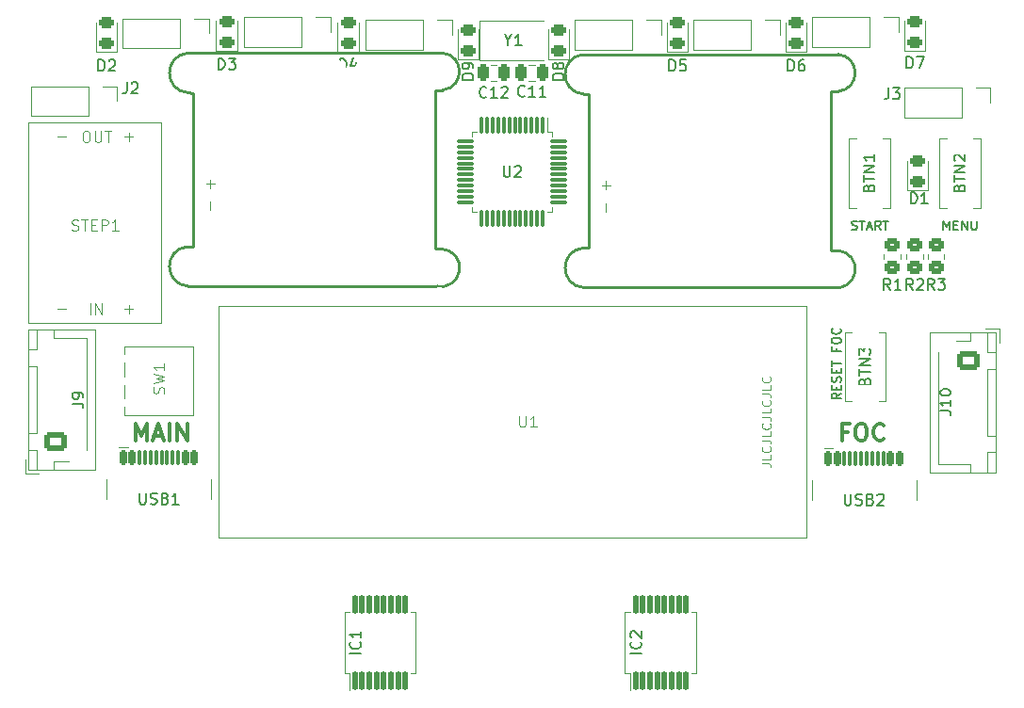
<source format=gbr>
%TF.GenerationSoftware,KiCad,Pcbnew,7.0.7*%
%TF.CreationDate,2023-09-01T18:27:54+02:00*%
%TF.ProjectId,UltiBot,556c7469-426f-4742-9e6b-696361645f70,rev?*%
%TF.SameCoordinates,PX60e4b00PY697e1a8*%
%TF.FileFunction,Legend,Top*%
%TF.FilePolarity,Positive*%
%FSLAX46Y46*%
G04 Gerber Fmt 4.6, Leading zero omitted, Abs format (unit mm)*
G04 Created by KiCad (PCBNEW 7.0.7) date 2023-09-01 18:27:54*
%MOMM*%
%LPD*%
G01*
G04 APERTURE LIST*
G04 Aperture macros list*
%AMRoundRect*
0 Rectangle with rounded corners*
0 $1 Rounding radius*
0 $2 $3 $4 $5 $6 $7 $8 $9 X,Y pos of 4 corners*
0 Add a 4 corners polygon primitive as box body*
4,1,4,$2,$3,$4,$5,$6,$7,$8,$9,$2,$3,0*
0 Add four circle primitives for the rounded corners*
1,1,$1+$1,$2,$3*
1,1,$1+$1,$4,$5*
1,1,$1+$1,$6,$7*
1,1,$1+$1,$8,$9*
0 Add four rect primitives between the rounded corners*
20,1,$1+$1,$2,$3,$4,$5,0*
20,1,$1+$1,$4,$5,$6,$7,0*
20,1,$1+$1,$6,$7,$8,$9,0*
20,1,$1+$1,$8,$9,$2,$3,0*%
G04 Aperture macros list end*
%ADD10C,0.101600*%
%ADD11C,0.304800*%
%ADD12C,0.152400*%
%ADD13C,0.100000*%
%ADD14C,0.150000*%
%ADD15C,0.254000*%
%ADD16C,0.120000*%
%ADD17C,1.700000*%
%ADD18R,1.700000X1.700000*%
%ADD19R,2.500000X1.700000*%
%ADD20O,2.500000X1.700000*%
%ADD21C,1.200000*%
%ADD22RoundRect,0.250000X0.725000X-0.600000X0.725000X0.600000X-0.725000X0.600000X-0.725000X-0.600000X0*%
%ADD23O,1.950000X1.700000*%
%ADD24RoundRect,0.250000X0.450000X-0.350000X0.450000X0.350000X-0.450000X0.350000X-0.450000X-0.350000X0*%
%ADD25O,1.700000X1.700000*%
%ADD26C,0.650000*%
%ADD27RoundRect,0.150000X-0.150000X-0.500000X0.150000X-0.500000X0.150000X0.500000X-0.150000X0.500000X0*%
%ADD28RoundRect,0.075000X-0.075000X-0.575000X0.075000X-0.575000X0.075000X0.575000X-0.075000X0.575000X0*%
%ADD29O,1.000000X2.100000*%
%ADD30O,1.000000X1.600000*%
%ADD31C,3.200000*%
%ADD32RoundRect,0.250000X0.250000X0.475000X-0.250000X0.475000X-0.250000X-0.475000X0.250000X-0.475000X0*%
%ADD33RoundRect,0.243750X0.456250X-0.243750X0.456250X0.243750X-0.456250X0.243750X-0.456250X-0.243750X0*%
%ADD34R,2.000000X2.400000*%
%ADD35R,1.600000X2.000000*%
%ADD36RoundRect,0.250000X-0.725000X0.600000X-0.725000X-0.600000X0.725000X-0.600000X0.725000X0.600000X0*%
%ADD37RoundRect,0.125000X0.125000X-0.762500X0.125000X0.762500X-0.125000X0.762500X-0.125000X-0.762500X0*%
%ADD38C,1.750000*%
%ADD39C,2.000000*%
%ADD40RoundRect,0.075000X-0.075000X0.662500X-0.075000X-0.662500X0.075000X-0.662500X0.075000X0.662500X0*%
%ADD41RoundRect,0.075000X-0.662500X0.075000X-0.662500X-0.075000X0.662500X-0.075000X0.662500X0.075000X0*%
%ADD42RoundRect,0.250000X-0.250000X-0.475000X0.250000X-0.475000X0.250000X0.475000X-0.250000X0.475000X0*%
G04 APERTURE END LIST*
D10*
X66011444Y21772639D02*
X66592016Y21772639D01*
X66592016Y21772639D02*
X66708130Y21733934D01*
X66708130Y21733934D02*
X66785540Y21656525D01*
X66785540Y21656525D02*
X66824244Y21540410D01*
X66824244Y21540410D02*
X66824244Y21463001D01*
X66824244Y22546734D02*
X66824244Y22159686D01*
X66824244Y22159686D02*
X66011444Y22159686D01*
X66746835Y23282124D02*
X66785540Y23243420D01*
X66785540Y23243420D02*
X66824244Y23127305D01*
X66824244Y23127305D02*
X66824244Y23049896D01*
X66824244Y23049896D02*
X66785540Y22933782D01*
X66785540Y22933782D02*
X66708130Y22856372D01*
X66708130Y22856372D02*
X66630720Y22817667D01*
X66630720Y22817667D02*
X66475901Y22778963D01*
X66475901Y22778963D02*
X66359787Y22778963D01*
X66359787Y22778963D02*
X66204968Y22817667D01*
X66204968Y22817667D02*
X66127559Y22856372D01*
X66127559Y22856372D02*
X66050149Y22933782D01*
X66050149Y22933782D02*
X66011444Y23049896D01*
X66011444Y23049896D02*
X66011444Y23127305D01*
X66011444Y23127305D02*
X66050149Y23243420D01*
X66050149Y23243420D02*
X66088854Y23282124D01*
X66011444Y23862696D02*
X66592016Y23862696D01*
X66592016Y23862696D02*
X66708130Y23823991D01*
X66708130Y23823991D02*
X66785540Y23746582D01*
X66785540Y23746582D02*
X66824244Y23630467D01*
X66824244Y23630467D02*
X66824244Y23553058D01*
X66824244Y24636791D02*
X66824244Y24249743D01*
X66824244Y24249743D02*
X66011444Y24249743D01*
X66746835Y25372181D02*
X66785540Y25333477D01*
X66785540Y25333477D02*
X66824244Y25217362D01*
X66824244Y25217362D02*
X66824244Y25139953D01*
X66824244Y25139953D02*
X66785540Y25023839D01*
X66785540Y25023839D02*
X66708130Y24946429D01*
X66708130Y24946429D02*
X66630720Y24907724D01*
X66630720Y24907724D02*
X66475901Y24869020D01*
X66475901Y24869020D02*
X66359787Y24869020D01*
X66359787Y24869020D02*
X66204968Y24907724D01*
X66204968Y24907724D02*
X66127559Y24946429D01*
X66127559Y24946429D02*
X66050149Y25023839D01*
X66050149Y25023839D02*
X66011444Y25139953D01*
X66011444Y25139953D02*
X66011444Y25217362D01*
X66011444Y25217362D02*
X66050149Y25333477D01*
X66050149Y25333477D02*
X66088854Y25372181D01*
X66011444Y25952753D02*
X66592016Y25952753D01*
X66592016Y25952753D02*
X66708130Y25914048D01*
X66708130Y25914048D02*
X66785540Y25836639D01*
X66785540Y25836639D02*
X66824244Y25720524D01*
X66824244Y25720524D02*
X66824244Y25643115D01*
X66824244Y26726848D02*
X66824244Y26339800D01*
X66824244Y26339800D02*
X66011444Y26339800D01*
X66746835Y27462238D02*
X66785540Y27423534D01*
X66785540Y27423534D02*
X66824244Y27307419D01*
X66824244Y27307419D02*
X66824244Y27230010D01*
X66824244Y27230010D02*
X66785540Y27113896D01*
X66785540Y27113896D02*
X66708130Y27036486D01*
X66708130Y27036486D02*
X66630720Y26997781D01*
X66630720Y26997781D02*
X66475901Y26959077D01*
X66475901Y26959077D02*
X66359787Y26959077D01*
X66359787Y26959077D02*
X66204968Y26997781D01*
X66204968Y26997781D02*
X66127559Y27036486D01*
X66127559Y27036486D02*
X66050149Y27113896D01*
X66050149Y27113896D02*
X66011444Y27230010D01*
X66011444Y27230010D02*
X66011444Y27307419D01*
X66011444Y27307419D02*
X66050149Y27423534D01*
X66050149Y27423534D02*
X66088854Y27462238D01*
X66011444Y28042810D02*
X66592016Y28042810D01*
X66592016Y28042810D02*
X66708130Y28004105D01*
X66708130Y28004105D02*
X66785540Y27926696D01*
X66785540Y27926696D02*
X66824244Y27810581D01*
X66824244Y27810581D02*
X66824244Y27733172D01*
X66824244Y28816905D02*
X66824244Y28429857D01*
X66824244Y28429857D02*
X66011444Y28429857D01*
X66746835Y29552295D02*
X66785540Y29513591D01*
X66785540Y29513591D02*
X66824244Y29397476D01*
X66824244Y29397476D02*
X66824244Y29320067D01*
X66824244Y29320067D02*
X66785540Y29203953D01*
X66785540Y29203953D02*
X66708130Y29126543D01*
X66708130Y29126543D02*
X66630720Y29087838D01*
X66630720Y29087838D02*
X66475901Y29049134D01*
X66475901Y29049134D02*
X66359787Y29049134D01*
X66359787Y29049134D02*
X66204968Y29087838D01*
X66204968Y29087838D02*
X66127559Y29126543D01*
X66127559Y29126543D02*
X66050149Y29203953D01*
X66050149Y29203953D02*
X66011444Y29320067D01*
X66011444Y29320067D02*
X66011444Y29397476D01*
X66011444Y29397476D02*
X66050149Y29513591D01*
X66050149Y29513591D02*
X66088854Y29552295D01*
D11*
X73714429Y24622645D02*
X73206429Y24622645D01*
X73206429Y23824359D02*
X73206429Y25348359D01*
X73206429Y25348359D02*
X73932143Y25348359D01*
X74803000Y25348359D02*
X75093286Y25348359D01*
X75093286Y25348359D02*
X75238429Y25275788D01*
X75238429Y25275788D02*
X75383572Y25130645D01*
X75383572Y25130645D02*
X75456143Y24840359D01*
X75456143Y24840359D02*
X75456143Y24332359D01*
X75456143Y24332359D02*
X75383572Y24042073D01*
X75383572Y24042073D02*
X75238429Y23896930D01*
X75238429Y23896930D02*
X75093286Y23824359D01*
X75093286Y23824359D02*
X74803000Y23824359D01*
X74803000Y23824359D02*
X74657858Y23896930D01*
X74657858Y23896930D02*
X74512715Y24042073D01*
X74512715Y24042073D02*
X74440143Y24332359D01*
X74440143Y24332359D02*
X74440143Y24840359D01*
X74440143Y24840359D02*
X74512715Y25130645D01*
X74512715Y25130645D02*
X74657858Y25275788D01*
X74657858Y25275788D02*
X74803000Y25348359D01*
X76980143Y23969502D02*
X76907571Y23896930D01*
X76907571Y23896930D02*
X76689857Y23824359D01*
X76689857Y23824359D02*
X76544714Y23824359D01*
X76544714Y23824359D02*
X76327000Y23896930D01*
X76327000Y23896930D02*
X76181857Y24042073D01*
X76181857Y24042073D02*
X76109286Y24187216D01*
X76109286Y24187216D02*
X76036714Y24477502D01*
X76036714Y24477502D02*
X76036714Y24695216D01*
X76036714Y24695216D02*
X76109286Y24985502D01*
X76109286Y24985502D02*
X76181857Y25130645D01*
X76181857Y25130645D02*
X76327000Y25275788D01*
X76327000Y25275788D02*
X76544714Y25348359D01*
X76544714Y25348359D02*
X76689857Y25348359D01*
X76689857Y25348359D02*
X76907571Y25275788D01*
X76907571Y25275788D02*
X76980143Y25203216D01*
X9707383Y23824359D02*
X9707383Y25348359D01*
X9707383Y25348359D02*
X10215383Y24259788D01*
X10215383Y24259788D02*
X10723383Y25348359D01*
X10723383Y25348359D02*
X10723383Y23824359D01*
X11376525Y24259788D02*
X12102240Y24259788D01*
X11231382Y23824359D02*
X11739382Y25348359D01*
X11739382Y25348359D02*
X12247382Y23824359D01*
X12755383Y23824359D02*
X12755383Y25348359D01*
X13481097Y23824359D02*
X13481097Y25348359D01*
X13481097Y25348359D02*
X14351954Y23824359D01*
X14351954Y23824359D02*
X14351954Y25348359D01*
D12*
X73106579Y28063372D02*
X72719532Y27792439D01*
X73106579Y27598915D02*
X72293779Y27598915D01*
X72293779Y27598915D02*
X72293779Y27908553D01*
X72293779Y27908553D02*
X72332484Y27985963D01*
X72332484Y27985963D02*
X72371189Y28024668D01*
X72371189Y28024668D02*
X72448598Y28063372D01*
X72448598Y28063372D02*
X72564713Y28063372D01*
X72564713Y28063372D02*
X72642122Y28024668D01*
X72642122Y28024668D02*
X72680827Y27985963D01*
X72680827Y27985963D02*
X72719532Y27908553D01*
X72719532Y27908553D02*
X72719532Y27598915D01*
X72680827Y28411715D02*
X72680827Y28682649D01*
X73106579Y28798763D02*
X73106579Y28411715D01*
X73106579Y28411715D02*
X72293779Y28411715D01*
X72293779Y28411715D02*
X72293779Y28798763D01*
X73067875Y29108401D02*
X73106579Y29224515D01*
X73106579Y29224515D02*
X73106579Y29418039D01*
X73106579Y29418039D02*
X73067875Y29495448D01*
X73067875Y29495448D02*
X73029170Y29534153D01*
X73029170Y29534153D02*
X72951760Y29572858D01*
X72951760Y29572858D02*
X72874351Y29572858D01*
X72874351Y29572858D02*
X72796941Y29534153D01*
X72796941Y29534153D02*
X72758236Y29495448D01*
X72758236Y29495448D02*
X72719532Y29418039D01*
X72719532Y29418039D02*
X72680827Y29263220D01*
X72680827Y29263220D02*
X72642122Y29185810D01*
X72642122Y29185810D02*
X72603417Y29147105D01*
X72603417Y29147105D02*
X72526008Y29108401D01*
X72526008Y29108401D02*
X72448598Y29108401D01*
X72448598Y29108401D02*
X72371189Y29147105D01*
X72371189Y29147105D02*
X72332484Y29185810D01*
X72332484Y29185810D02*
X72293779Y29263220D01*
X72293779Y29263220D02*
X72293779Y29456743D01*
X72293779Y29456743D02*
X72332484Y29572858D01*
X72680827Y29921200D02*
X72680827Y30192134D01*
X73106579Y30308248D02*
X73106579Y29921200D01*
X73106579Y29921200D02*
X72293779Y29921200D01*
X72293779Y29921200D02*
X72293779Y30308248D01*
X72293779Y30540476D02*
X72293779Y31004933D01*
X73106579Y30772705D02*
X72293779Y30772705D01*
X72680827Y32166076D02*
X72680827Y31895142D01*
X73106579Y31895142D02*
X72293779Y31895142D01*
X72293779Y31895142D02*
X72293779Y32282190D01*
X72293779Y32746647D02*
X72293779Y32901466D01*
X72293779Y32901466D02*
X72332484Y32978876D01*
X72332484Y32978876D02*
X72409894Y33056285D01*
X72409894Y33056285D02*
X72564713Y33094990D01*
X72564713Y33094990D02*
X72835646Y33094990D01*
X72835646Y33094990D02*
X72990465Y33056285D01*
X72990465Y33056285D02*
X73067875Y32978876D01*
X73067875Y32978876D02*
X73106579Y32901466D01*
X73106579Y32901466D02*
X73106579Y32746647D01*
X73106579Y32746647D02*
X73067875Y32669238D01*
X73067875Y32669238D02*
X72990465Y32591828D01*
X72990465Y32591828D02*
X72835646Y32553124D01*
X72835646Y32553124D02*
X72564713Y32553124D01*
X72564713Y32553124D02*
X72409894Y32591828D01*
X72409894Y32591828D02*
X72332484Y32669238D01*
X72332484Y32669238D02*
X72293779Y32746647D01*
X73029170Y33907790D02*
X73067875Y33869086D01*
X73067875Y33869086D02*
X73106579Y33752971D01*
X73106579Y33752971D02*
X73106579Y33675562D01*
X73106579Y33675562D02*
X73067875Y33559448D01*
X73067875Y33559448D02*
X72990465Y33482038D01*
X72990465Y33482038D02*
X72913055Y33443333D01*
X72913055Y33443333D02*
X72758236Y33404629D01*
X72758236Y33404629D02*
X72642122Y33404629D01*
X72642122Y33404629D02*
X72487303Y33443333D01*
X72487303Y33443333D02*
X72409894Y33482038D01*
X72409894Y33482038D02*
X72332484Y33559448D01*
X72332484Y33559448D02*
X72293779Y33675562D01*
X72293779Y33675562D02*
X72293779Y33752971D01*
X72293779Y33752971D02*
X72332484Y33869086D01*
X72332484Y33869086D02*
X72371189Y33907790D01*
X82329866Y42779397D02*
X82329866Y43592197D01*
X82329866Y43592197D02*
X82600800Y43011625D01*
X82600800Y43011625D02*
X82871733Y43592197D01*
X82871733Y43592197D02*
X82871733Y42779397D01*
X83258780Y43205149D02*
X83529714Y43205149D01*
X83645828Y42779397D02*
X83258780Y42779397D01*
X83258780Y42779397D02*
X83258780Y43592197D01*
X83258780Y43592197D02*
X83645828Y43592197D01*
X83994170Y42779397D02*
X83994170Y43592197D01*
X83994170Y43592197D02*
X84458627Y42779397D01*
X84458627Y42779397D02*
X84458627Y43592197D01*
X84845675Y43592197D02*
X84845675Y42934216D01*
X84845675Y42934216D02*
X84884380Y42856806D01*
X84884380Y42856806D02*
X84923085Y42818101D01*
X84923085Y42818101D02*
X85000494Y42779397D01*
X85000494Y42779397D02*
X85155313Y42779397D01*
X85155313Y42779397D02*
X85232723Y42818101D01*
X85232723Y42818101D02*
X85271428Y42856806D01*
X85271428Y42856806D02*
X85310132Y42934216D01*
X85310132Y42934216D02*
X85310132Y43592197D01*
X74085753Y42818101D02*
X74201867Y42779397D01*
X74201867Y42779397D02*
X74395391Y42779397D01*
X74395391Y42779397D02*
X74472800Y42818101D01*
X74472800Y42818101D02*
X74511505Y42856806D01*
X74511505Y42856806D02*
X74550210Y42934216D01*
X74550210Y42934216D02*
X74550210Y43011625D01*
X74550210Y43011625D02*
X74511505Y43089035D01*
X74511505Y43089035D02*
X74472800Y43127740D01*
X74472800Y43127740D02*
X74395391Y43166444D01*
X74395391Y43166444D02*
X74240572Y43205149D01*
X74240572Y43205149D02*
X74163162Y43243854D01*
X74163162Y43243854D02*
X74124457Y43282559D01*
X74124457Y43282559D02*
X74085753Y43359968D01*
X74085753Y43359968D02*
X74085753Y43437378D01*
X74085753Y43437378D02*
X74124457Y43514787D01*
X74124457Y43514787D02*
X74163162Y43553492D01*
X74163162Y43553492D02*
X74240572Y43592197D01*
X74240572Y43592197D02*
X74434095Y43592197D01*
X74434095Y43592197D02*
X74550210Y43553492D01*
X74782438Y43592197D02*
X75246895Y43592197D01*
X75014667Y42779397D02*
X75014667Y43592197D01*
X75479124Y43011625D02*
X75866171Y43011625D01*
X75401714Y42779397D02*
X75672647Y43592197D01*
X75672647Y43592197D02*
X75943581Y42779397D01*
X76678971Y42779397D02*
X76408038Y43166444D01*
X76214514Y42779397D02*
X76214514Y43592197D01*
X76214514Y43592197D02*
X76524152Y43592197D01*
X76524152Y43592197D02*
X76601562Y43553492D01*
X76601562Y43553492D02*
X76640267Y43514787D01*
X76640267Y43514787D02*
X76678971Y43437378D01*
X76678971Y43437378D02*
X76678971Y43321263D01*
X76678971Y43321263D02*
X76640267Y43243854D01*
X76640267Y43243854D02*
X76601562Y43205149D01*
X76601562Y43205149D02*
X76524152Y43166444D01*
X76524152Y43166444D02*
X76214514Y43166444D01*
X76911200Y43592197D02*
X77375657Y43592197D01*
X77143429Y42779397D02*
X77143429Y43592197D01*
D13*
X16826115Y46917877D02*
X16064211Y46917877D01*
X16445163Y47298830D02*
X16445163Y46536925D01*
X16448533Y45302526D02*
X16448533Y44540621D01*
D14*
X4026819Y27165667D02*
X4741104Y27165667D01*
X4741104Y27165667D02*
X4883961Y27118048D01*
X4883961Y27118048D02*
X4979200Y27022810D01*
X4979200Y27022810D02*
X5026819Y26879953D01*
X5026819Y26879953D02*
X5026819Y26784715D01*
X5026819Y27689477D02*
X5026819Y27879953D01*
X5026819Y27879953D02*
X4979200Y27975191D01*
X4979200Y27975191D02*
X4931580Y28022810D01*
X4931580Y28022810D02*
X4788723Y28118048D01*
X4788723Y28118048D02*
X4598247Y28165667D01*
X4598247Y28165667D02*
X4217295Y28165667D01*
X4217295Y28165667D02*
X4122057Y28118048D01*
X4122057Y28118048D02*
X4074438Y28070429D01*
X4074438Y28070429D02*
X4026819Y27975191D01*
X4026819Y27975191D02*
X4026819Y27784715D01*
X4026819Y27784715D02*
X4074438Y27689477D01*
X4074438Y27689477D02*
X4122057Y27641858D01*
X4122057Y27641858D02*
X4217295Y27594239D01*
X4217295Y27594239D02*
X4455390Y27594239D01*
X4455390Y27594239D02*
X4550628Y27641858D01*
X4550628Y27641858D02*
X4598247Y27689477D01*
X4598247Y27689477D02*
X4645866Y27784715D01*
X4645866Y27784715D02*
X4645866Y27975191D01*
X4645866Y27975191D02*
X4598247Y28070429D01*
X4598247Y28070429D02*
X4550628Y28118048D01*
X4550628Y28118048D02*
X4455390Y28165667D01*
D13*
X52008533Y45175526D02*
X52008533Y44413621D01*
X52386115Y46790877D02*
X51624211Y46790877D01*
X52005163Y47171830D02*
X52005163Y46409925D01*
D14*
X77557333Y37391181D02*
X77224000Y37867372D01*
X76985905Y37391181D02*
X76985905Y38391181D01*
X76985905Y38391181D02*
X77366857Y38391181D01*
X77366857Y38391181D02*
X77462095Y38343562D01*
X77462095Y38343562D02*
X77509714Y38295943D01*
X77509714Y38295943D02*
X77557333Y38200705D01*
X77557333Y38200705D02*
X77557333Y38057848D01*
X77557333Y38057848D02*
X77509714Y37962610D01*
X77509714Y37962610D02*
X77462095Y37914991D01*
X77462095Y37914991D02*
X77366857Y37867372D01*
X77366857Y37867372D02*
X76985905Y37867372D01*
X78509714Y37391181D02*
X77938286Y37391181D01*
X78224000Y37391181D02*
X78224000Y38391181D01*
X78224000Y38391181D02*
X78128762Y38248324D01*
X78128762Y38248324D02*
X78033524Y38153086D01*
X78033524Y38153086D02*
X77938286Y38105467D01*
X77390666Y55536181D02*
X77390666Y54821896D01*
X77390666Y54821896D02*
X77343047Y54679039D01*
X77343047Y54679039D02*
X77247809Y54583800D01*
X77247809Y54583800D02*
X77104952Y54536181D01*
X77104952Y54536181D02*
X77009714Y54536181D01*
X77771619Y55536181D02*
X78390666Y55536181D01*
X78390666Y55536181D02*
X78057333Y55155229D01*
X78057333Y55155229D02*
X78200190Y55155229D01*
X78200190Y55155229D02*
X78295428Y55107610D01*
X78295428Y55107610D02*
X78343047Y55059991D01*
X78343047Y55059991D02*
X78390666Y54964753D01*
X78390666Y54964753D02*
X78390666Y54726658D01*
X78390666Y54726658D02*
X78343047Y54631420D01*
X78343047Y54631420D02*
X78295428Y54583800D01*
X78295428Y54583800D02*
X78200190Y54536181D01*
X78200190Y54536181D02*
X77914476Y54536181D01*
X77914476Y54536181D02*
X77819238Y54583800D01*
X77819238Y54583800D02*
X77771619Y54631420D01*
X10072905Y19108181D02*
X10072905Y18298658D01*
X10072905Y18298658D02*
X10120524Y18203420D01*
X10120524Y18203420D02*
X10168143Y18155800D01*
X10168143Y18155800D02*
X10263381Y18108181D01*
X10263381Y18108181D02*
X10453857Y18108181D01*
X10453857Y18108181D02*
X10549095Y18155800D01*
X10549095Y18155800D02*
X10596714Y18203420D01*
X10596714Y18203420D02*
X10644333Y18298658D01*
X10644333Y18298658D02*
X10644333Y19108181D01*
X11072905Y18155800D02*
X11215762Y18108181D01*
X11215762Y18108181D02*
X11453857Y18108181D01*
X11453857Y18108181D02*
X11549095Y18155800D01*
X11549095Y18155800D02*
X11596714Y18203420D01*
X11596714Y18203420D02*
X11644333Y18298658D01*
X11644333Y18298658D02*
X11644333Y18393896D01*
X11644333Y18393896D02*
X11596714Y18489134D01*
X11596714Y18489134D02*
X11549095Y18536753D01*
X11549095Y18536753D02*
X11453857Y18584372D01*
X11453857Y18584372D02*
X11263381Y18631991D01*
X11263381Y18631991D02*
X11168143Y18679610D01*
X11168143Y18679610D02*
X11120524Y18727229D01*
X11120524Y18727229D02*
X11072905Y18822467D01*
X11072905Y18822467D02*
X11072905Y18917705D01*
X11072905Y18917705D02*
X11120524Y19012943D01*
X11120524Y19012943D02*
X11168143Y19060562D01*
X11168143Y19060562D02*
X11263381Y19108181D01*
X11263381Y19108181D02*
X11501476Y19108181D01*
X11501476Y19108181D02*
X11644333Y19060562D01*
X12406238Y18631991D02*
X12549095Y18584372D01*
X12549095Y18584372D02*
X12596714Y18536753D01*
X12596714Y18536753D02*
X12644333Y18441515D01*
X12644333Y18441515D02*
X12644333Y18298658D01*
X12644333Y18298658D02*
X12596714Y18203420D01*
X12596714Y18203420D02*
X12549095Y18155800D01*
X12549095Y18155800D02*
X12453857Y18108181D01*
X12453857Y18108181D02*
X12072905Y18108181D01*
X12072905Y18108181D02*
X12072905Y19108181D01*
X12072905Y19108181D02*
X12406238Y19108181D01*
X12406238Y19108181D02*
X12501476Y19060562D01*
X12501476Y19060562D02*
X12549095Y19012943D01*
X12549095Y19012943D02*
X12596714Y18917705D01*
X12596714Y18917705D02*
X12596714Y18822467D01*
X12596714Y18822467D02*
X12549095Y18727229D01*
X12549095Y18727229D02*
X12501476Y18679610D01*
X12501476Y18679610D02*
X12406238Y18631991D01*
X12406238Y18631991D02*
X12072905Y18631991D01*
X13596714Y18108181D02*
X13025286Y18108181D01*
X13311000Y18108181D02*
X13311000Y19108181D01*
X13311000Y19108181D02*
X13215762Y18965324D01*
X13215762Y18965324D02*
X13120524Y18870086D01*
X13120524Y18870086D02*
X13025286Y18822467D01*
X44696142Y54856420D02*
X44648523Y54808800D01*
X44648523Y54808800D02*
X44505666Y54761181D01*
X44505666Y54761181D02*
X44410428Y54761181D01*
X44410428Y54761181D02*
X44267571Y54808800D01*
X44267571Y54808800D02*
X44172333Y54904039D01*
X44172333Y54904039D02*
X44124714Y54999277D01*
X44124714Y54999277D02*
X44077095Y55189753D01*
X44077095Y55189753D02*
X44077095Y55332610D01*
X44077095Y55332610D02*
X44124714Y55523086D01*
X44124714Y55523086D02*
X44172333Y55618324D01*
X44172333Y55618324D02*
X44267571Y55713562D01*
X44267571Y55713562D02*
X44410428Y55761181D01*
X44410428Y55761181D02*
X44505666Y55761181D01*
X44505666Y55761181D02*
X44648523Y55713562D01*
X44648523Y55713562D02*
X44696142Y55665943D01*
X45648523Y54761181D02*
X45077095Y54761181D01*
X45362809Y54761181D02*
X45362809Y55761181D01*
X45362809Y55761181D02*
X45267571Y55618324D01*
X45267571Y55618324D02*
X45172333Y55523086D01*
X45172333Y55523086D02*
X45077095Y55475467D01*
X46600904Y54761181D02*
X46029476Y54761181D01*
X46315190Y54761181D02*
X46315190Y55761181D01*
X46315190Y55761181D02*
X46219952Y55618324D01*
X46219952Y55618324D02*
X46124714Y55523086D01*
X46124714Y55523086D02*
X46029476Y55475467D01*
X79398905Y45138181D02*
X79398905Y46138181D01*
X79398905Y46138181D02*
X79637000Y46138181D01*
X79637000Y46138181D02*
X79779857Y46090562D01*
X79779857Y46090562D02*
X79875095Y45995324D01*
X79875095Y45995324D02*
X79922714Y45900086D01*
X79922714Y45900086D02*
X79970333Y45709610D01*
X79970333Y45709610D02*
X79970333Y45566753D01*
X79970333Y45566753D02*
X79922714Y45376277D01*
X79922714Y45376277D02*
X79875095Y45281039D01*
X79875095Y45281039D02*
X79779857Y45185800D01*
X79779857Y45185800D02*
X79637000Y45138181D01*
X79637000Y45138181D02*
X79398905Y45138181D01*
X80922714Y45138181D02*
X80351286Y45138181D01*
X80637000Y45138181D02*
X80637000Y46138181D01*
X80637000Y46138181D02*
X80541762Y45995324D01*
X80541762Y45995324D02*
X80446524Y45900086D01*
X80446524Y45900086D02*
X80351286Y45852467D01*
X68349905Y57076181D02*
X68349905Y58076181D01*
X68349905Y58076181D02*
X68588000Y58076181D01*
X68588000Y58076181D02*
X68730857Y58028562D01*
X68730857Y58028562D02*
X68826095Y57933324D01*
X68826095Y57933324D02*
X68873714Y57838086D01*
X68873714Y57838086D02*
X68921333Y57647610D01*
X68921333Y57647610D02*
X68921333Y57504753D01*
X68921333Y57504753D02*
X68873714Y57314277D01*
X68873714Y57314277D02*
X68826095Y57219039D01*
X68826095Y57219039D02*
X68730857Y57123800D01*
X68730857Y57123800D02*
X68588000Y57076181D01*
X68588000Y57076181D02*
X68349905Y57076181D01*
X69778476Y58076181D02*
X69588000Y58076181D01*
X69588000Y58076181D02*
X69492762Y58028562D01*
X69492762Y58028562D02*
X69445143Y57980943D01*
X69445143Y57980943D02*
X69349905Y57838086D01*
X69349905Y57838086D02*
X69302286Y57647610D01*
X69302286Y57647610D02*
X69302286Y57266658D01*
X69302286Y57266658D02*
X69349905Y57171420D01*
X69349905Y57171420D02*
X69397524Y57123800D01*
X69397524Y57123800D02*
X69492762Y57076181D01*
X69492762Y57076181D02*
X69683238Y57076181D01*
X69683238Y57076181D02*
X69778476Y57123800D01*
X69778476Y57123800D02*
X69826095Y57171420D01*
X69826095Y57171420D02*
X69873714Y57266658D01*
X69873714Y57266658D02*
X69873714Y57504753D01*
X69873714Y57504753D02*
X69826095Y57599991D01*
X69826095Y57599991D02*
X69778476Y57647610D01*
X69778476Y57647610D02*
X69683238Y57695229D01*
X69683238Y57695229D02*
X69492762Y57695229D01*
X69492762Y57695229D02*
X69397524Y57647610D01*
X69397524Y57647610D02*
X69349905Y57599991D01*
X69349905Y57599991D02*
X69302286Y57504753D01*
X73445905Y19025181D02*
X73445905Y18215658D01*
X73445905Y18215658D02*
X73493524Y18120420D01*
X73493524Y18120420D02*
X73541143Y18072800D01*
X73541143Y18072800D02*
X73636381Y18025181D01*
X73636381Y18025181D02*
X73826857Y18025181D01*
X73826857Y18025181D02*
X73922095Y18072800D01*
X73922095Y18072800D02*
X73969714Y18120420D01*
X73969714Y18120420D02*
X74017333Y18215658D01*
X74017333Y18215658D02*
X74017333Y19025181D01*
X74445905Y18072800D02*
X74588762Y18025181D01*
X74588762Y18025181D02*
X74826857Y18025181D01*
X74826857Y18025181D02*
X74922095Y18072800D01*
X74922095Y18072800D02*
X74969714Y18120420D01*
X74969714Y18120420D02*
X75017333Y18215658D01*
X75017333Y18215658D02*
X75017333Y18310896D01*
X75017333Y18310896D02*
X74969714Y18406134D01*
X74969714Y18406134D02*
X74922095Y18453753D01*
X74922095Y18453753D02*
X74826857Y18501372D01*
X74826857Y18501372D02*
X74636381Y18548991D01*
X74636381Y18548991D02*
X74541143Y18596610D01*
X74541143Y18596610D02*
X74493524Y18644229D01*
X74493524Y18644229D02*
X74445905Y18739467D01*
X74445905Y18739467D02*
X74445905Y18834705D01*
X74445905Y18834705D02*
X74493524Y18929943D01*
X74493524Y18929943D02*
X74541143Y18977562D01*
X74541143Y18977562D02*
X74636381Y19025181D01*
X74636381Y19025181D02*
X74874476Y19025181D01*
X74874476Y19025181D02*
X75017333Y18977562D01*
X75779238Y18548991D02*
X75922095Y18501372D01*
X75922095Y18501372D02*
X75969714Y18453753D01*
X75969714Y18453753D02*
X76017333Y18358515D01*
X76017333Y18358515D02*
X76017333Y18215658D01*
X76017333Y18215658D02*
X75969714Y18120420D01*
X75969714Y18120420D02*
X75922095Y18072800D01*
X75922095Y18072800D02*
X75826857Y18025181D01*
X75826857Y18025181D02*
X75445905Y18025181D01*
X75445905Y18025181D02*
X75445905Y19025181D01*
X75445905Y19025181D02*
X75779238Y19025181D01*
X75779238Y19025181D02*
X75874476Y18977562D01*
X75874476Y18977562D02*
X75922095Y18929943D01*
X75922095Y18929943D02*
X75969714Y18834705D01*
X75969714Y18834705D02*
X75969714Y18739467D01*
X75969714Y18739467D02*
X75922095Y18644229D01*
X75922095Y18644229D02*
X75874476Y18596610D01*
X75874476Y18596610D02*
X75779238Y18548991D01*
X75779238Y18548991D02*
X75445905Y18548991D01*
X76398286Y18929943D02*
X76445905Y18977562D01*
X76445905Y18977562D02*
X76541143Y19025181D01*
X76541143Y19025181D02*
X76779238Y19025181D01*
X76779238Y19025181D02*
X76874476Y18977562D01*
X76874476Y18977562D02*
X76922095Y18929943D01*
X76922095Y18929943D02*
X76969714Y18834705D01*
X76969714Y18834705D02*
X76969714Y18739467D01*
X76969714Y18739467D02*
X76922095Y18596610D01*
X76922095Y18596610D02*
X76350667Y18025181D01*
X76350667Y18025181D02*
X76969714Y18025181D01*
X43211809Y59838372D02*
X43211809Y59362181D01*
X42878476Y60362181D02*
X43211809Y59838372D01*
X43211809Y59838372D02*
X43545142Y60362181D01*
X44402285Y59362181D02*
X43830857Y59362181D01*
X44116571Y59362181D02*
X44116571Y60362181D01*
X44116571Y60362181D02*
X44021333Y60219324D01*
X44021333Y60219324D02*
X43926095Y60124086D01*
X43926095Y60124086D02*
X43830857Y60076467D01*
X75242009Y29170477D02*
X75289628Y29313334D01*
X75289628Y29313334D02*
X75337247Y29360953D01*
X75337247Y29360953D02*
X75432485Y29408572D01*
X75432485Y29408572D02*
X75575342Y29408572D01*
X75575342Y29408572D02*
X75670580Y29360953D01*
X75670580Y29360953D02*
X75718200Y29313334D01*
X75718200Y29313334D02*
X75765819Y29218096D01*
X75765819Y29218096D02*
X75765819Y28837144D01*
X75765819Y28837144D02*
X74765819Y28837144D01*
X74765819Y28837144D02*
X74765819Y29170477D01*
X74765819Y29170477D02*
X74813438Y29265715D01*
X74813438Y29265715D02*
X74861057Y29313334D01*
X74861057Y29313334D02*
X74956295Y29360953D01*
X74956295Y29360953D02*
X75051533Y29360953D01*
X75051533Y29360953D02*
X75146771Y29313334D01*
X75146771Y29313334D02*
X75194390Y29265715D01*
X75194390Y29265715D02*
X75242009Y29170477D01*
X75242009Y29170477D02*
X75242009Y28837144D01*
X74765819Y29694287D02*
X74765819Y30265715D01*
X75765819Y29980001D02*
X74765819Y29980001D01*
X75765819Y30599049D02*
X74765819Y30599049D01*
X74765819Y30599049D02*
X75765819Y31170477D01*
X75765819Y31170477D02*
X74765819Y31170477D01*
X74765819Y31551430D02*
X74765819Y32170477D01*
X74765819Y32170477D02*
X75146771Y31837144D01*
X75146771Y31837144D02*
X75146771Y31980001D01*
X75146771Y31980001D02*
X75194390Y32075239D01*
X75194390Y32075239D02*
X75242009Y32122858D01*
X75242009Y32122858D02*
X75337247Y32170477D01*
X75337247Y32170477D02*
X75575342Y32170477D01*
X75575342Y32170477D02*
X75670580Y32122858D01*
X75670580Y32122858D02*
X75718200Y32075239D01*
X75718200Y32075239D02*
X75765819Y31980001D01*
X75765819Y31980001D02*
X75765819Y31694287D01*
X75765819Y31694287D02*
X75718200Y31599049D01*
X75718200Y31599049D02*
X75670580Y31551430D01*
X82004819Y26495477D02*
X82719104Y26495477D01*
X82719104Y26495477D02*
X82861961Y26447858D01*
X82861961Y26447858D02*
X82957200Y26352620D01*
X82957200Y26352620D02*
X83004819Y26209763D01*
X83004819Y26209763D02*
X83004819Y26114525D01*
X83004819Y27495477D02*
X83004819Y26924049D01*
X83004819Y27209763D02*
X82004819Y27209763D01*
X82004819Y27209763D02*
X82147676Y27114525D01*
X82147676Y27114525D02*
X82242914Y27019287D01*
X82242914Y27019287D02*
X82290533Y26924049D01*
X82004819Y28114525D02*
X82004819Y28209763D01*
X82004819Y28209763D02*
X82052438Y28305001D01*
X82052438Y28305001D02*
X82100057Y28352620D01*
X82100057Y28352620D02*
X82195295Y28400239D01*
X82195295Y28400239D02*
X82385771Y28447858D01*
X82385771Y28447858D02*
X82623866Y28447858D01*
X82623866Y28447858D02*
X82814342Y28400239D01*
X82814342Y28400239D02*
X82909580Y28352620D01*
X82909580Y28352620D02*
X82957200Y28305001D01*
X82957200Y28305001D02*
X83004819Y28209763D01*
X83004819Y28209763D02*
X83004819Y28114525D01*
X83004819Y28114525D02*
X82957200Y28019287D01*
X82957200Y28019287D02*
X82909580Y27971668D01*
X82909580Y27971668D02*
X82814342Y27924049D01*
X82814342Y27924049D02*
X82623866Y27876430D01*
X82623866Y27876430D02*
X82385771Y27876430D01*
X82385771Y27876430D02*
X82195295Y27924049D01*
X82195295Y27924049D02*
X82100057Y27971668D01*
X82100057Y27971668D02*
X82052438Y28019287D01*
X82052438Y28019287D02*
X82004819Y28114525D01*
X28090905Y57203181D02*
X28090905Y58203181D01*
X28090905Y58203181D02*
X28329000Y58203181D01*
X28329000Y58203181D02*
X28471857Y58155562D01*
X28471857Y58155562D02*
X28567095Y58060324D01*
X28567095Y58060324D02*
X28614714Y57965086D01*
X28614714Y57965086D02*
X28662333Y57774610D01*
X28662333Y57774610D02*
X28662333Y57631753D01*
X28662333Y57631753D02*
X28614714Y57441277D01*
X28614714Y57441277D02*
X28567095Y57346039D01*
X28567095Y57346039D02*
X28471857Y57250800D01*
X28471857Y57250800D02*
X28329000Y57203181D01*
X28329000Y57203181D02*
X28090905Y57203181D01*
X29519476Y57869848D02*
X29519476Y57203181D01*
X29281381Y58250800D02*
X29043286Y57536515D01*
X29043286Y57536515D02*
X29662333Y57536515D01*
X55193686Y4683118D02*
X54193686Y4683118D01*
X55098447Y5730736D02*
X55146067Y5683117D01*
X55146067Y5683117D02*
X55193686Y5540260D01*
X55193686Y5540260D02*
X55193686Y5445022D01*
X55193686Y5445022D02*
X55146067Y5302165D01*
X55146067Y5302165D02*
X55050828Y5206927D01*
X55050828Y5206927D02*
X54955590Y5159308D01*
X54955590Y5159308D02*
X54765114Y5111689D01*
X54765114Y5111689D02*
X54622257Y5111689D01*
X54622257Y5111689D02*
X54431781Y5159308D01*
X54431781Y5159308D02*
X54336543Y5206927D01*
X54336543Y5206927D02*
X54241305Y5302165D01*
X54241305Y5302165D02*
X54193686Y5445022D01*
X54193686Y5445022D02*
X54193686Y5540260D01*
X54193686Y5540260D02*
X54241305Y5683117D01*
X54241305Y5683117D02*
X54288924Y5730736D01*
X54288924Y6111689D02*
X54241305Y6159308D01*
X54241305Y6159308D02*
X54193686Y6254546D01*
X54193686Y6254546D02*
X54193686Y6492641D01*
X54193686Y6492641D02*
X54241305Y6587879D01*
X54241305Y6587879D02*
X54288924Y6635498D01*
X54288924Y6635498D02*
X54384162Y6683117D01*
X54384162Y6683117D02*
X54479400Y6683117D01*
X54479400Y6683117D02*
X54622257Y6635498D01*
X54622257Y6635498D02*
X55193686Y6064070D01*
X55193686Y6064070D02*
X55193686Y6683117D01*
X79589333Y37391181D02*
X79256000Y37867372D01*
X79017905Y37391181D02*
X79017905Y38391181D01*
X79017905Y38391181D02*
X79398857Y38391181D01*
X79398857Y38391181D02*
X79494095Y38343562D01*
X79494095Y38343562D02*
X79541714Y38295943D01*
X79541714Y38295943D02*
X79589333Y38200705D01*
X79589333Y38200705D02*
X79589333Y38057848D01*
X79589333Y38057848D02*
X79541714Y37962610D01*
X79541714Y37962610D02*
X79494095Y37914991D01*
X79494095Y37914991D02*
X79398857Y37867372D01*
X79398857Y37867372D02*
X79017905Y37867372D01*
X79970286Y38295943D02*
X80017905Y38343562D01*
X80017905Y38343562D02*
X80113143Y38391181D01*
X80113143Y38391181D02*
X80351238Y38391181D01*
X80351238Y38391181D02*
X80446476Y38343562D01*
X80446476Y38343562D02*
X80494095Y38295943D01*
X80494095Y38295943D02*
X80541714Y38200705D01*
X80541714Y38200705D02*
X80541714Y38105467D01*
X80541714Y38105467D02*
X80494095Y37962610D01*
X80494095Y37962610D02*
X79922667Y37391181D01*
X79922667Y37391181D02*
X80541714Y37391181D01*
D13*
X12250800Y28066668D02*
X12298419Y28209525D01*
X12298419Y28209525D02*
X12298419Y28447620D01*
X12298419Y28447620D02*
X12250800Y28542858D01*
X12250800Y28542858D02*
X12203180Y28590477D01*
X12203180Y28590477D02*
X12107942Y28638096D01*
X12107942Y28638096D02*
X12012704Y28638096D01*
X12012704Y28638096D02*
X11917466Y28590477D01*
X11917466Y28590477D02*
X11869847Y28542858D01*
X11869847Y28542858D02*
X11822228Y28447620D01*
X11822228Y28447620D02*
X11774609Y28257144D01*
X11774609Y28257144D02*
X11726990Y28161906D01*
X11726990Y28161906D02*
X11679371Y28114287D01*
X11679371Y28114287D02*
X11584133Y28066668D01*
X11584133Y28066668D02*
X11488895Y28066668D01*
X11488895Y28066668D02*
X11393657Y28114287D01*
X11393657Y28114287D02*
X11346038Y28161906D01*
X11346038Y28161906D02*
X11298419Y28257144D01*
X11298419Y28257144D02*
X11298419Y28495239D01*
X11298419Y28495239D02*
X11346038Y28638096D01*
X11298419Y28971430D02*
X12298419Y29209525D01*
X12298419Y29209525D02*
X11584133Y29400001D01*
X11584133Y29400001D02*
X12298419Y29590477D01*
X12298419Y29590477D02*
X11298419Y29828572D01*
X12298419Y30733334D02*
X12298419Y30161906D01*
X12298419Y30447620D02*
X11298419Y30447620D01*
X11298419Y30447620D02*
X11441276Y30352382D01*
X11441276Y30352382D02*
X11536514Y30257144D01*
X11536514Y30257144D02*
X11584133Y30161906D01*
D14*
X57681905Y57076181D02*
X57681905Y58076181D01*
X57681905Y58076181D02*
X57920000Y58076181D01*
X57920000Y58076181D02*
X58062857Y58028562D01*
X58062857Y58028562D02*
X58158095Y57933324D01*
X58158095Y57933324D02*
X58205714Y57838086D01*
X58205714Y57838086D02*
X58253333Y57647610D01*
X58253333Y57647610D02*
X58253333Y57504753D01*
X58253333Y57504753D02*
X58205714Y57314277D01*
X58205714Y57314277D02*
X58158095Y57219039D01*
X58158095Y57219039D02*
X58062857Y57123800D01*
X58062857Y57123800D02*
X57920000Y57076181D01*
X57920000Y57076181D02*
X57681905Y57076181D01*
X59158095Y58076181D02*
X58681905Y58076181D01*
X58681905Y58076181D02*
X58634286Y57599991D01*
X58634286Y57599991D02*
X58681905Y57647610D01*
X58681905Y57647610D02*
X58777143Y57695229D01*
X58777143Y57695229D02*
X59015238Y57695229D01*
X59015238Y57695229D02*
X59110476Y57647610D01*
X59110476Y57647610D02*
X59158095Y57599991D01*
X59158095Y57599991D02*
X59205714Y57504753D01*
X59205714Y57504753D02*
X59205714Y57266658D01*
X59205714Y57266658D02*
X59158095Y57171420D01*
X59158095Y57171420D02*
X59110476Y57123800D01*
X59110476Y57123800D02*
X59015238Y57076181D01*
X59015238Y57076181D02*
X58777143Y57076181D01*
X58777143Y57076181D02*
X58681905Y57123800D01*
X58681905Y57123800D02*
X58634286Y57171420D01*
X75623009Y46569477D02*
X75670628Y46712334D01*
X75670628Y46712334D02*
X75718247Y46759953D01*
X75718247Y46759953D02*
X75813485Y46807572D01*
X75813485Y46807572D02*
X75956342Y46807572D01*
X75956342Y46807572D02*
X76051580Y46759953D01*
X76051580Y46759953D02*
X76099200Y46712334D01*
X76099200Y46712334D02*
X76146819Y46617096D01*
X76146819Y46617096D02*
X76146819Y46236144D01*
X76146819Y46236144D02*
X75146819Y46236144D01*
X75146819Y46236144D02*
X75146819Y46569477D01*
X75146819Y46569477D02*
X75194438Y46664715D01*
X75194438Y46664715D02*
X75242057Y46712334D01*
X75242057Y46712334D02*
X75337295Y46759953D01*
X75337295Y46759953D02*
X75432533Y46759953D01*
X75432533Y46759953D02*
X75527771Y46712334D01*
X75527771Y46712334D02*
X75575390Y46664715D01*
X75575390Y46664715D02*
X75623009Y46569477D01*
X75623009Y46569477D02*
X75623009Y46236144D01*
X75146819Y47093287D02*
X75146819Y47664715D01*
X76146819Y47379001D02*
X75146819Y47379001D01*
X76146819Y47998049D02*
X75146819Y47998049D01*
X75146819Y47998049D02*
X76146819Y48569477D01*
X76146819Y48569477D02*
X75146819Y48569477D01*
X76146819Y49569477D02*
X76146819Y48998049D01*
X76146819Y49283763D02*
X75146819Y49283763D01*
X75146819Y49283763D02*
X75289676Y49188525D01*
X75289676Y49188525D02*
X75384914Y49093287D01*
X75384914Y49093287D02*
X75432533Y48998049D01*
X81494333Y37391181D02*
X81161000Y37867372D01*
X80922905Y37391181D02*
X80922905Y38391181D01*
X80922905Y38391181D02*
X81303857Y38391181D01*
X81303857Y38391181D02*
X81399095Y38343562D01*
X81399095Y38343562D02*
X81446714Y38295943D01*
X81446714Y38295943D02*
X81494333Y38200705D01*
X81494333Y38200705D02*
X81494333Y38057848D01*
X81494333Y38057848D02*
X81446714Y37962610D01*
X81446714Y37962610D02*
X81399095Y37914991D01*
X81399095Y37914991D02*
X81303857Y37867372D01*
X81303857Y37867372D02*
X80922905Y37867372D01*
X81827667Y38391181D02*
X82446714Y38391181D01*
X82446714Y38391181D02*
X82113381Y38010229D01*
X82113381Y38010229D02*
X82256238Y38010229D01*
X82256238Y38010229D02*
X82351476Y37962610D01*
X82351476Y37962610D02*
X82399095Y37914991D01*
X82399095Y37914991D02*
X82446714Y37819753D01*
X82446714Y37819753D02*
X82446714Y37581658D01*
X82446714Y37581658D02*
X82399095Y37486420D01*
X82399095Y37486420D02*
X82351476Y37438800D01*
X82351476Y37438800D02*
X82256238Y37391181D01*
X82256238Y37391181D02*
X81970524Y37391181D01*
X81970524Y37391181D02*
X81875286Y37438800D01*
X81875286Y37438800D02*
X81827667Y37486420D01*
D13*
X4000762Y42770200D02*
X4143619Y42722581D01*
X4143619Y42722581D02*
X4381714Y42722581D01*
X4381714Y42722581D02*
X4476952Y42770200D01*
X4476952Y42770200D02*
X4524571Y42817820D01*
X4524571Y42817820D02*
X4572190Y42913058D01*
X4572190Y42913058D02*
X4572190Y43008296D01*
X4572190Y43008296D02*
X4524571Y43103534D01*
X4524571Y43103534D02*
X4476952Y43151153D01*
X4476952Y43151153D02*
X4381714Y43198772D01*
X4381714Y43198772D02*
X4191238Y43246391D01*
X4191238Y43246391D02*
X4096000Y43294010D01*
X4096000Y43294010D02*
X4048381Y43341629D01*
X4048381Y43341629D02*
X4000762Y43436867D01*
X4000762Y43436867D02*
X4000762Y43532105D01*
X4000762Y43532105D02*
X4048381Y43627343D01*
X4048381Y43627343D02*
X4096000Y43674962D01*
X4096000Y43674962D02*
X4191238Y43722581D01*
X4191238Y43722581D02*
X4429333Y43722581D01*
X4429333Y43722581D02*
X4572190Y43674962D01*
X4857905Y43722581D02*
X5429333Y43722581D01*
X5143619Y42722581D02*
X5143619Y43722581D01*
X5762667Y43246391D02*
X6096000Y43246391D01*
X6238857Y42722581D02*
X5762667Y42722581D01*
X5762667Y42722581D02*
X5762667Y43722581D01*
X5762667Y43722581D02*
X6238857Y43722581D01*
X6667429Y42722581D02*
X6667429Y43722581D01*
X6667429Y43722581D02*
X7048381Y43722581D01*
X7048381Y43722581D02*
X7143619Y43674962D01*
X7143619Y43674962D02*
X7191238Y43627343D01*
X7191238Y43627343D02*
X7238857Y43532105D01*
X7238857Y43532105D02*
X7238857Y43389248D01*
X7238857Y43389248D02*
X7191238Y43294010D01*
X7191238Y43294010D02*
X7143619Y43246391D01*
X7143619Y43246391D02*
X7048381Y43198772D01*
X7048381Y43198772D02*
X6667429Y43198772D01*
X8191238Y42722581D02*
X7619810Y42722581D01*
X7905524Y42722581D02*
X7905524Y43722581D01*
X7905524Y43722581D02*
X7810286Y43579724D01*
X7810286Y43579724D02*
X7715048Y43484486D01*
X7715048Y43484486D02*
X7619810Y43436867D01*
X3491115Y51172467D02*
X2729211Y51172467D01*
X3491115Y35672467D02*
X2729211Y35672467D01*
X5193360Y51673581D02*
X5383836Y51673581D01*
X5383836Y51673581D02*
X5479074Y51625962D01*
X5479074Y51625962D02*
X5574312Y51530724D01*
X5574312Y51530724D02*
X5621931Y51340248D01*
X5621931Y51340248D02*
X5621931Y51006915D01*
X5621931Y51006915D02*
X5574312Y50816439D01*
X5574312Y50816439D02*
X5479074Y50721200D01*
X5479074Y50721200D02*
X5383836Y50673581D01*
X5383836Y50673581D02*
X5193360Y50673581D01*
X5193360Y50673581D02*
X5098122Y50721200D01*
X5098122Y50721200D02*
X5002884Y50816439D01*
X5002884Y50816439D02*
X4955265Y51006915D01*
X4955265Y51006915D02*
X4955265Y51340248D01*
X4955265Y51340248D02*
X5002884Y51530724D01*
X5002884Y51530724D02*
X5098122Y51625962D01*
X5098122Y51625962D02*
X5193360Y51673581D01*
X6050503Y51673581D02*
X6050503Y50864058D01*
X6050503Y50864058D02*
X6098122Y50768820D01*
X6098122Y50768820D02*
X6145741Y50721200D01*
X6145741Y50721200D02*
X6240979Y50673581D01*
X6240979Y50673581D02*
X6431455Y50673581D01*
X6431455Y50673581D02*
X6526693Y50721200D01*
X6526693Y50721200D02*
X6574312Y50768820D01*
X6574312Y50768820D02*
X6621931Y50864058D01*
X6621931Y50864058D02*
X6621931Y51673581D01*
X6955265Y51673581D02*
X7526693Y51673581D01*
X7240979Y50673581D02*
X7240979Y51673581D01*
X9491115Y35672467D02*
X8729211Y35672467D01*
X9110163Y36053420D02*
X9110163Y35291515D01*
X5637884Y35179581D02*
X5637884Y36179581D01*
X6114074Y35179581D02*
X6114074Y36179581D01*
X6114074Y36179581D02*
X6685502Y35179581D01*
X6685502Y35179581D02*
X6685502Y36179581D01*
X9491115Y51172467D02*
X8729211Y51172467D01*
X9110163Y51553420D02*
X9110163Y50791515D01*
X44196095Y26069581D02*
X44196095Y25260058D01*
X44196095Y25260058D02*
X44243714Y25164820D01*
X44243714Y25164820D02*
X44291333Y25117200D01*
X44291333Y25117200D02*
X44386571Y25069581D01*
X44386571Y25069581D02*
X44577047Y25069581D01*
X44577047Y25069581D02*
X44672285Y25117200D01*
X44672285Y25117200D02*
X44719904Y25164820D01*
X44719904Y25164820D02*
X44767523Y25260058D01*
X44767523Y25260058D02*
X44767523Y26069581D01*
X45767523Y25069581D02*
X45196095Y25069581D01*
X45481809Y25069581D02*
X45481809Y26069581D01*
X45481809Y26069581D02*
X45386571Y25926724D01*
X45386571Y25926724D02*
X45291333Y25831486D01*
X45291333Y25831486D02*
X45196095Y25783867D01*
D14*
X29971486Y4666618D02*
X28971486Y4666618D01*
X29876247Y5714236D02*
X29923867Y5666617D01*
X29923867Y5666617D02*
X29971486Y5523760D01*
X29971486Y5523760D02*
X29971486Y5428522D01*
X29971486Y5428522D02*
X29923867Y5285665D01*
X29923867Y5285665D02*
X29828628Y5190427D01*
X29828628Y5190427D02*
X29733390Y5142808D01*
X29733390Y5142808D02*
X29542914Y5095189D01*
X29542914Y5095189D02*
X29400057Y5095189D01*
X29400057Y5095189D02*
X29209581Y5142808D01*
X29209581Y5142808D02*
X29114343Y5190427D01*
X29114343Y5190427D02*
X29019105Y5285665D01*
X29019105Y5285665D02*
X28971486Y5428522D01*
X28971486Y5428522D02*
X28971486Y5523760D01*
X28971486Y5523760D02*
X29019105Y5666617D01*
X29019105Y5666617D02*
X29066724Y5714236D01*
X29971486Y6666617D02*
X29971486Y6095189D01*
X29971486Y6380903D02*
X28971486Y6380903D01*
X28971486Y6380903D02*
X29114343Y6285665D01*
X29114343Y6285665D02*
X29209581Y6190427D01*
X29209581Y6190427D02*
X29257200Y6095189D01*
X48206819Y56284906D02*
X47206819Y56284906D01*
X47206819Y56284906D02*
X47206819Y56523001D01*
X47206819Y56523001D02*
X47254438Y56665858D01*
X47254438Y56665858D02*
X47349676Y56761096D01*
X47349676Y56761096D02*
X47444914Y56808715D01*
X47444914Y56808715D02*
X47635390Y56856334D01*
X47635390Y56856334D02*
X47778247Y56856334D01*
X47778247Y56856334D02*
X47968723Y56808715D01*
X47968723Y56808715D02*
X48063961Y56761096D01*
X48063961Y56761096D02*
X48159200Y56665858D01*
X48159200Y56665858D02*
X48206819Y56523001D01*
X48206819Y56523001D02*
X48206819Y56284906D01*
X47635390Y57427763D02*
X47587771Y57332525D01*
X47587771Y57332525D02*
X47540152Y57284906D01*
X47540152Y57284906D02*
X47444914Y57237287D01*
X47444914Y57237287D02*
X47397295Y57237287D01*
X47397295Y57237287D02*
X47302057Y57284906D01*
X47302057Y57284906D02*
X47254438Y57332525D01*
X47254438Y57332525D02*
X47206819Y57427763D01*
X47206819Y57427763D02*
X47206819Y57618239D01*
X47206819Y57618239D02*
X47254438Y57713477D01*
X47254438Y57713477D02*
X47302057Y57761096D01*
X47302057Y57761096D02*
X47397295Y57808715D01*
X47397295Y57808715D02*
X47444914Y57808715D01*
X47444914Y57808715D02*
X47540152Y57761096D01*
X47540152Y57761096D02*
X47587771Y57713477D01*
X47587771Y57713477D02*
X47635390Y57618239D01*
X47635390Y57618239D02*
X47635390Y57427763D01*
X47635390Y57427763D02*
X47683009Y57332525D01*
X47683009Y57332525D02*
X47730628Y57284906D01*
X47730628Y57284906D02*
X47825866Y57237287D01*
X47825866Y57237287D02*
X48016342Y57237287D01*
X48016342Y57237287D02*
X48111580Y57284906D01*
X48111580Y57284906D02*
X48159200Y57332525D01*
X48159200Y57332525D02*
X48206819Y57427763D01*
X48206819Y57427763D02*
X48206819Y57618239D01*
X48206819Y57618239D02*
X48159200Y57713477D01*
X48159200Y57713477D02*
X48111580Y57761096D01*
X48111580Y57761096D02*
X48016342Y57808715D01*
X48016342Y57808715D02*
X47825866Y57808715D01*
X47825866Y57808715D02*
X47730628Y57761096D01*
X47730628Y57761096D02*
X47683009Y57713477D01*
X47683009Y57713477D02*
X47635390Y57618239D01*
X40078819Y56284906D02*
X39078819Y56284906D01*
X39078819Y56284906D02*
X39078819Y56523001D01*
X39078819Y56523001D02*
X39126438Y56665858D01*
X39126438Y56665858D02*
X39221676Y56761096D01*
X39221676Y56761096D02*
X39316914Y56808715D01*
X39316914Y56808715D02*
X39507390Y56856334D01*
X39507390Y56856334D02*
X39650247Y56856334D01*
X39650247Y56856334D02*
X39840723Y56808715D01*
X39840723Y56808715D02*
X39935961Y56761096D01*
X39935961Y56761096D02*
X40031200Y56665858D01*
X40031200Y56665858D02*
X40078819Y56523001D01*
X40078819Y56523001D02*
X40078819Y56284906D01*
X40078819Y57332525D02*
X40078819Y57523001D01*
X40078819Y57523001D02*
X40031200Y57618239D01*
X40031200Y57618239D02*
X39983580Y57665858D01*
X39983580Y57665858D02*
X39840723Y57761096D01*
X39840723Y57761096D02*
X39650247Y57808715D01*
X39650247Y57808715D02*
X39269295Y57808715D01*
X39269295Y57808715D02*
X39174057Y57761096D01*
X39174057Y57761096D02*
X39126438Y57713477D01*
X39126438Y57713477D02*
X39078819Y57618239D01*
X39078819Y57618239D02*
X39078819Y57427763D01*
X39078819Y57427763D02*
X39126438Y57332525D01*
X39126438Y57332525D02*
X39174057Y57284906D01*
X39174057Y57284906D02*
X39269295Y57237287D01*
X39269295Y57237287D02*
X39507390Y57237287D01*
X39507390Y57237287D02*
X39602628Y57284906D01*
X39602628Y57284906D02*
X39650247Y57332525D01*
X39650247Y57332525D02*
X39697866Y57427763D01*
X39697866Y57427763D02*
X39697866Y57618239D01*
X39697866Y57618239D02*
X39650247Y57713477D01*
X39650247Y57713477D02*
X39602628Y57761096D01*
X39602628Y57761096D02*
X39507390Y57808715D01*
X79017905Y57330181D02*
X79017905Y58330181D01*
X79017905Y58330181D02*
X79256000Y58330181D01*
X79256000Y58330181D02*
X79398857Y58282562D01*
X79398857Y58282562D02*
X79494095Y58187324D01*
X79494095Y58187324D02*
X79541714Y58092086D01*
X79541714Y58092086D02*
X79589333Y57901610D01*
X79589333Y57901610D02*
X79589333Y57758753D01*
X79589333Y57758753D02*
X79541714Y57568277D01*
X79541714Y57568277D02*
X79494095Y57473039D01*
X79494095Y57473039D02*
X79398857Y57377800D01*
X79398857Y57377800D02*
X79256000Y57330181D01*
X79256000Y57330181D02*
X79017905Y57330181D01*
X79922667Y58330181D02*
X80589333Y58330181D01*
X80589333Y58330181D02*
X80160762Y57330181D01*
X8937666Y56044181D02*
X8937666Y55329896D01*
X8937666Y55329896D02*
X8890047Y55187039D01*
X8890047Y55187039D02*
X8794809Y55091800D01*
X8794809Y55091800D02*
X8651952Y55044181D01*
X8651952Y55044181D02*
X8556714Y55044181D01*
X9366238Y55948943D02*
X9413857Y55996562D01*
X9413857Y55996562D02*
X9509095Y56044181D01*
X9509095Y56044181D02*
X9747190Y56044181D01*
X9747190Y56044181D02*
X9842428Y55996562D01*
X9842428Y55996562D02*
X9890047Y55948943D01*
X9890047Y55948943D02*
X9937666Y55853705D01*
X9937666Y55853705D02*
X9937666Y55758467D01*
X9937666Y55758467D02*
X9890047Y55615610D01*
X9890047Y55615610D02*
X9318619Y55044181D01*
X9318619Y55044181D02*
X9937666Y55044181D01*
X42799095Y48551181D02*
X42799095Y47741658D01*
X42799095Y47741658D02*
X42846714Y47646420D01*
X42846714Y47646420D02*
X42894333Y47598800D01*
X42894333Y47598800D02*
X42989571Y47551181D01*
X42989571Y47551181D02*
X43180047Y47551181D01*
X43180047Y47551181D02*
X43275285Y47598800D01*
X43275285Y47598800D02*
X43322904Y47646420D01*
X43322904Y47646420D02*
X43370523Y47741658D01*
X43370523Y47741658D02*
X43370523Y48551181D01*
X43799095Y48455943D02*
X43846714Y48503562D01*
X43846714Y48503562D02*
X43941952Y48551181D01*
X43941952Y48551181D02*
X44180047Y48551181D01*
X44180047Y48551181D02*
X44275285Y48503562D01*
X44275285Y48503562D02*
X44322904Y48455943D01*
X44322904Y48455943D02*
X44370523Y48360705D01*
X44370523Y48360705D02*
X44370523Y48265467D01*
X44370523Y48265467D02*
X44322904Y48122610D01*
X44322904Y48122610D02*
X43751476Y47551181D01*
X43751476Y47551181D02*
X44370523Y47551181D01*
X41267142Y54758420D02*
X41219523Y54710800D01*
X41219523Y54710800D02*
X41076666Y54663181D01*
X41076666Y54663181D02*
X40981428Y54663181D01*
X40981428Y54663181D02*
X40838571Y54710800D01*
X40838571Y54710800D02*
X40743333Y54806039D01*
X40743333Y54806039D02*
X40695714Y54901277D01*
X40695714Y54901277D02*
X40648095Y55091753D01*
X40648095Y55091753D02*
X40648095Y55234610D01*
X40648095Y55234610D02*
X40695714Y55425086D01*
X40695714Y55425086D02*
X40743333Y55520324D01*
X40743333Y55520324D02*
X40838571Y55615562D01*
X40838571Y55615562D02*
X40981428Y55663181D01*
X40981428Y55663181D02*
X41076666Y55663181D01*
X41076666Y55663181D02*
X41219523Y55615562D01*
X41219523Y55615562D02*
X41267142Y55567943D01*
X42219523Y54663181D02*
X41648095Y54663181D01*
X41933809Y54663181D02*
X41933809Y55663181D01*
X41933809Y55663181D02*
X41838571Y55520324D01*
X41838571Y55520324D02*
X41743333Y55425086D01*
X41743333Y55425086D02*
X41648095Y55377467D01*
X42600476Y55567943D02*
X42648095Y55615562D01*
X42648095Y55615562D02*
X42743333Y55663181D01*
X42743333Y55663181D02*
X42981428Y55663181D01*
X42981428Y55663181D02*
X43076666Y55615562D01*
X43076666Y55615562D02*
X43124285Y55567943D01*
X43124285Y55567943D02*
X43171904Y55472705D01*
X43171904Y55472705D02*
X43171904Y55377467D01*
X43171904Y55377467D02*
X43124285Y55234610D01*
X43124285Y55234610D02*
X42552857Y54663181D01*
X42552857Y54663181D02*
X43171904Y54663181D01*
X6373905Y57076181D02*
X6373905Y58076181D01*
X6373905Y58076181D02*
X6612000Y58076181D01*
X6612000Y58076181D02*
X6754857Y58028562D01*
X6754857Y58028562D02*
X6850095Y57933324D01*
X6850095Y57933324D02*
X6897714Y57838086D01*
X6897714Y57838086D02*
X6945333Y57647610D01*
X6945333Y57647610D02*
X6945333Y57504753D01*
X6945333Y57504753D02*
X6897714Y57314277D01*
X6897714Y57314277D02*
X6850095Y57219039D01*
X6850095Y57219039D02*
X6754857Y57123800D01*
X6754857Y57123800D02*
X6612000Y57076181D01*
X6612000Y57076181D02*
X6373905Y57076181D01*
X7326286Y57980943D02*
X7373905Y58028562D01*
X7373905Y58028562D02*
X7469143Y58076181D01*
X7469143Y58076181D02*
X7707238Y58076181D01*
X7707238Y58076181D02*
X7802476Y58028562D01*
X7802476Y58028562D02*
X7850095Y57980943D01*
X7850095Y57980943D02*
X7897714Y57885705D01*
X7897714Y57885705D02*
X7897714Y57790467D01*
X7897714Y57790467D02*
X7850095Y57647610D01*
X7850095Y57647610D02*
X7278667Y57076181D01*
X7278667Y57076181D02*
X7897714Y57076181D01*
X17168905Y57203181D02*
X17168905Y58203181D01*
X17168905Y58203181D02*
X17407000Y58203181D01*
X17407000Y58203181D02*
X17549857Y58155562D01*
X17549857Y58155562D02*
X17645095Y58060324D01*
X17645095Y58060324D02*
X17692714Y57965086D01*
X17692714Y57965086D02*
X17740333Y57774610D01*
X17740333Y57774610D02*
X17740333Y57631753D01*
X17740333Y57631753D02*
X17692714Y57441277D01*
X17692714Y57441277D02*
X17645095Y57346039D01*
X17645095Y57346039D02*
X17549857Y57250800D01*
X17549857Y57250800D02*
X17407000Y57203181D01*
X17407000Y57203181D02*
X17168905Y57203181D01*
X18073667Y58203181D02*
X18692714Y58203181D01*
X18692714Y58203181D02*
X18359381Y57822229D01*
X18359381Y57822229D02*
X18502238Y57822229D01*
X18502238Y57822229D02*
X18597476Y57774610D01*
X18597476Y57774610D02*
X18645095Y57726991D01*
X18645095Y57726991D02*
X18692714Y57631753D01*
X18692714Y57631753D02*
X18692714Y57393658D01*
X18692714Y57393658D02*
X18645095Y57298420D01*
X18645095Y57298420D02*
X18597476Y57250800D01*
X18597476Y57250800D02*
X18502238Y57203181D01*
X18502238Y57203181D02*
X18216524Y57203181D01*
X18216524Y57203181D02*
X18121286Y57250800D01*
X18121286Y57250800D02*
X18073667Y57298420D01*
X83751009Y46569477D02*
X83798628Y46712334D01*
X83798628Y46712334D02*
X83846247Y46759953D01*
X83846247Y46759953D02*
X83941485Y46807572D01*
X83941485Y46807572D02*
X84084342Y46807572D01*
X84084342Y46807572D02*
X84179580Y46759953D01*
X84179580Y46759953D02*
X84227200Y46712334D01*
X84227200Y46712334D02*
X84274819Y46617096D01*
X84274819Y46617096D02*
X84274819Y46236144D01*
X84274819Y46236144D02*
X83274819Y46236144D01*
X83274819Y46236144D02*
X83274819Y46569477D01*
X83274819Y46569477D02*
X83322438Y46664715D01*
X83322438Y46664715D02*
X83370057Y46712334D01*
X83370057Y46712334D02*
X83465295Y46759953D01*
X83465295Y46759953D02*
X83560533Y46759953D01*
X83560533Y46759953D02*
X83655771Y46712334D01*
X83655771Y46712334D02*
X83703390Y46664715D01*
X83703390Y46664715D02*
X83751009Y46569477D01*
X83751009Y46569477D02*
X83751009Y46236144D01*
X83274819Y47093287D02*
X83274819Y47664715D01*
X84274819Y47379001D02*
X83274819Y47379001D01*
X84274819Y47998049D02*
X83274819Y47998049D01*
X83274819Y47998049D02*
X84274819Y48569477D01*
X84274819Y48569477D02*
X83274819Y48569477D01*
X83370057Y48998049D02*
X83322438Y49045668D01*
X83322438Y49045668D02*
X83274819Y49140906D01*
X83274819Y49140906D02*
X83274819Y49379001D01*
X83274819Y49379001D02*
X83322438Y49474239D01*
X83322438Y49474239D02*
X83370057Y49521858D01*
X83370057Y49521858D02*
X83465295Y49569477D01*
X83465295Y49569477D02*
X83560533Y49569477D01*
X83560533Y49569477D02*
X83703390Y49521858D01*
X83703390Y49521858D02*
X84274819Y48950430D01*
X84274819Y48950430D02*
X84274819Y49569477D01*
D15*
%TO.C,U4*%
X14425440Y58673621D02*
G75*
G03*
X14404498Y55120000I127060J-1777621D01*
G01*
X14404382Y41273365D02*
G75*
G03*
X14425498Y37719000I148118J-1776365D01*
G01*
X37324348Y55360461D02*
G75*
G03*
X37297498Y58687999I-165848J1662539D01*
G01*
X36777059Y37718605D02*
G75*
G03*
X37299498Y41059000I381438J1651395D01*
G01*
X14405498Y55121000D02*
X14933498Y55108000D01*
X14405498Y41272000D02*
X14933498Y41295000D01*
X14425498Y37719000D02*
X36777498Y37719000D01*
X14933498Y41275000D02*
X14933498Y55108000D01*
X36658498Y41069000D02*
X36642498Y55344000D01*
X37298498Y41059000D02*
X36658498Y41069000D01*
X37323498Y55362000D02*
X36642498Y55344000D01*
X37412498Y58674000D02*
X14425498Y58674000D01*
D16*
%TO.C,J9*%
X-210000Y20899000D02*
X1040000Y20899000D01*
X80000Y21189000D02*
X6050000Y21189000D01*
X6050000Y21189000D02*
X6050000Y33809000D01*
X90000Y21199000D02*
X840000Y21199000D01*
X840000Y21199000D02*
X840000Y22999000D01*
X2340000Y21199000D02*
X2340000Y21949000D01*
X2340000Y21949000D02*
X3680000Y21949000D01*
X-210000Y22149000D02*
X-210000Y20899000D01*
X90000Y22999000D02*
X90000Y21199000D01*
X840000Y22999000D02*
X90000Y22999000D01*
X90000Y24499000D02*
X840000Y24499000D01*
X840000Y24499000D02*
X840000Y30499000D01*
X5290000Y27499000D02*
X5290000Y23009000D01*
X90000Y30499000D02*
X90000Y24499000D01*
X840000Y30499000D02*
X90000Y30499000D01*
X90000Y31999000D02*
X840000Y31999000D01*
X840000Y31999000D02*
X840000Y33799000D01*
X2340000Y33049000D02*
X5290000Y33049000D01*
X5290000Y33049000D02*
X5290000Y27499000D01*
X90000Y33799000D02*
X90000Y31999000D01*
X840000Y33799000D02*
X90000Y33799000D01*
X2340000Y33799000D02*
X2340000Y33049000D01*
X80000Y33809000D02*
X80000Y21189000D01*
X6050000Y33809000D02*
X80000Y33809000D01*
D15*
%TO.C,U3*%
X72972498Y58547000D02*
X49985498Y58547000D01*
X72883498Y55235000D02*
X72202498Y55217000D01*
X72858498Y40932000D02*
X72218498Y40942000D01*
X72218498Y40942000D02*
X72202498Y55217000D01*
X50493498Y41148000D02*
X50493498Y54981000D01*
X49985498Y37592000D02*
X72337498Y37592000D01*
X49965498Y41145000D02*
X50493498Y41168000D01*
X49965498Y54994000D02*
X50493498Y54981000D01*
X72337059Y37591605D02*
G75*
G03*
X72859498Y40932000I381438J1651395D01*
G01*
X72884348Y55233461D02*
G75*
G03*
X72857498Y58560999I-165848J1662539D01*
G01*
X49964382Y41146365D02*
G75*
G03*
X49985498Y37592000I148118J-1776365D01*
G01*
X49985440Y58546621D02*
G75*
G03*
X49964498Y54993000I127060J-1777621D01*
G01*
D16*
%TO.C,R1*%
X76989000Y40174936D02*
X76989000Y40629064D01*
X78459000Y40174936D02*
X78459000Y40629064D01*
%TO.C,J3*%
X86547000Y55559000D02*
X86547000Y54229000D01*
X85217000Y55559000D02*
X86547000Y55559000D01*
X83947000Y55559000D02*
X78807000Y55559000D01*
X83947000Y55559000D02*
X83947000Y52899000D01*
X78807000Y55559000D02*
X78807000Y52899000D01*
X83947000Y52899000D02*
X78807000Y52899000D01*
%TO.C,USB1*%
X7111000Y20343000D02*
X7111000Y18563000D01*
X9011000Y23263000D02*
X8211000Y23263000D01*
X16511000Y20343000D02*
X16511000Y18563000D01*
%TO.C,J1*%
X16316000Y61782000D02*
X16316000Y60452000D01*
X14986000Y61782000D02*
X16316000Y61782000D01*
X13716000Y61782000D02*
X8576000Y61782000D01*
X13716000Y61782000D02*
X13716000Y59122000D01*
X8576000Y61782000D02*
X8576000Y59122000D01*
X13716000Y59122000D02*
X8576000Y59122000D01*
%TO.C,J8*%
X78292000Y61909000D02*
X78292000Y60579000D01*
X76962000Y61909000D02*
X78292000Y61909000D01*
X75692000Y61909000D02*
X70552000Y61909000D01*
X75692000Y61909000D02*
X75692000Y59249000D01*
X70552000Y61909000D02*
X70552000Y59249000D01*
X75692000Y59249000D02*
X70552000Y59249000D01*
%TO.C,C11*%
X45600252Y56161000D02*
X45077748Y56161000D01*
X45600252Y57631000D02*
X45077748Y57631000D01*
%TO.C,D1*%
X79050000Y46321000D02*
X80970000Y46321000D01*
X80970000Y46321000D02*
X80970000Y49006000D01*
X79050000Y49006000D02*
X79050000Y46321000D01*
%TO.C,D6*%
X68128000Y58767000D02*
X70048000Y58767000D01*
X70048000Y58767000D02*
X70048000Y61452000D01*
X68128000Y61452000D02*
X68128000Y58767000D01*
%TO.C,USB2*%
X70484000Y20260000D02*
X70484000Y18480000D01*
X72384000Y23180000D02*
X71584000Y23180000D01*
X79884000Y20260000D02*
X79884000Y18480000D01*
%TO.C,Y1*%
X40638000Y61617000D02*
X40638000Y58017000D01*
X40638000Y58017000D02*
X46388000Y58017000D01*
X46388000Y61617000D02*
X40638000Y61617000D01*
%TO.C,BTN3*%
X77161000Y33580000D02*
X76511000Y33580000D01*
X74111000Y33580000D02*
X73461000Y33580000D01*
X73461000Y33580000D02*
X73461000Y27380000D01*
X77161000Y27380000D02*
X77161000Y33580000D01*
X77161000Y27380000D02*
X76511000Y27380000D01*
X73461000Y27380000D02*
X74111000Y27380000D01*
%TO.C,J7*%
X67624000Y61655000D02*
X67624000Y60325000D01*
X66294000Y61655000D02*
X67624000Y61655000D01*
X65024000Y61655000D02*
X59884000Y61655000D01*
X65024000Y61655000D02*
X65024000Y58995000D01*
X59884000Y61655000D02*
X59884000Y58995000D01*
X65024000Y58995000D02*
X59884000Y58995000D01*
%TO.C,J10*%
X81072000Y20975000D02*
X87042000Y20975000D01*
X87042000Y20975000D02*
X87042000Y33595000D01*
X84782000Y20985000D02*
X84782000Y21735000D01*
X86282000Y20985000D02*
X87032000Y20985000D01*
X87032000Y20985000D02*
X87032000Y22785000D01*
X81832000Y21735000D02*
X81832000Y27285000D01*
X84782000Y21735000D02*
X81832000Y21735000D01*
X86282000Y22785000D02*
X86282000Y20985000D01*
X87032000Y22785000D02*
X86282000Y22785000D01*
X86282000Y24285000D02*
X87032000Y24285000D01*
X87032000Y24285000D02*
X87032000Y30285000D01*
X81832000Y27285000D02*
X81832000Y31775000D01*
X86282000Y30285000D02*
X86282000Y24285000D01*
X87032000Y30285000D02*
X86282000Y30285000D01*
X86282000Y31785000D02*
X87032000Y31785000D01*
X87032000Y31785000D02*
X87032000Y33585000D01*
X87332000Y32635000D02*
X87332000Y33885000D01*
X84782000Y32835000D02*
X83442000Y32835000D01*
X84782000Y33585000D02*
X84782000Y32835000D01*
X86282000Y33585000D02*
X86282000Y31785000D01*
X87032000Y33585000D02*
X86282000Y33585000D01*
X81072000Y33595000D02*
X81072000Y20975000D01*
X87042000Y33595000D02*
X81072000Y33595000D01*
X87332000Y33885000D02*
X86082000Y33885000D01*
%TO.C,D4*%
X27869000Y58767000D02*
X29789000Y58767000D01*
X29789000Y58767000D02*
X29789000Y61452000D01*
X27869000Y61452000D02*
X27869000Y58767000D01*
%TO.C,IC2*%
X53713867Y2899307D02*
X54138867Y2899307D01*
X54138867Y2899307D02*
X54138867Y1359307D01*
X60133867Y2899307D02*
X59708867Y2899307D01*
X53713867Y5659307D02*
X53713867Y2899307D01*
X53713867Y5659307D02*
X53713867Y8419307D01*
X60133867Y5659307D02*
X60133867Y2899307D01*
X60133867Y5659307D02*
X60133867Y8419307D01*
X53713867Y8419307D02*
X54138867Y8419307D01*
X60133867Y8419307D02*
X59708867Y8419307D01*
%TO.C,R2*%
X79021000Y40174936D02*
X79021000Y40629064D01*
X80491000Y40174936D02*
X80491000Y40629064D01*
D13*
%TO.C,SW1*%
X8711000Y32310000D02*
X14911000Y32310000D01*
X14911000Y32310000D02*
X14911000Y26110000D01*
X14911000Y26110000D02*
X8711000Y26110000D01*
X8711000Y26110000D02*
X8711000Y32310000D01*
D16*
%TO.C,D5*%
X57460000Y61452000D02*
X57460000Y58767000D01*
X59380000Y58767000D02*
X59380000Y61452000D01*
X57460000Y58767000D02*
X59380000Y58767000D01*
%TO.C,J6*%
X56941000Y61655000D02*
X56941000Y60325000D01*
X55611000Y61655000D02*
X56941000Y61655000D01*
X54341000Y61655000D02*
X49201000Y61655000D01*
X54341000Y61655000D02*
X54341000Y58995000D01*
X49201000Y61655000D02*
X49201000Y58995000D01*
X54341000Y58995000D02*
X49201000Y58995000D01*
%TO.C,BTN1*%
X77542000Y50979000D02*
X76892000Y50979000D01*
X74492000Y50979000D02*
X73842000Y50979000D01*
X73842000Y50979000D02*
X73842000Y44779000D01*
X77542000Y44779000D02*
X77542000Y50979000D01*
X77542000Y44779000D02*
X76892000Y44779000D01*
X73842000Y44779000D02*
X74492000Y44779000D01*
%TO.C,R3*%
X80926000Y40174936D02*
X80926000Y40629064D01*
X82396000Y40174936D02*
X82396000Y40629064D01*
D13*
%TO.C,STEP1*%
X12045000Y34431000D02*
X45000Y34431000D01*
X45000Y34431000D02*
X45000Y52431000D01*
X45000Y52431000D02*
X12045000Y52431000D01*
X12045000Y52431000D02*
X12045000Y34431000D01*
%TO.C,U1*%
X17151000Y35917000D02*
X69971000Y35917000D01*
X69971000Y35917000D02*
X69971000Y15137000D01*
X69971000Y15137000D02*
X17151000Y15137000D01*
X17151000Y15137000D02*
X17151000Y35917000D01*
D16*
%TO.C,IC1*%
X28485867Y2899307D02*
X28910867Y2899307D01*
X28910867Y2899307D02*
X28910867Y1359307D01*
X34905867Y2899307D02*
X34480867Y2899307D01*
X28485867Y5659307D02*
X28485867Y2899307D01*
X28485867Y5659307D02*
X28485867Y8419307D01*
X34905867Y5659307D02*
X34905867Y2899307D01*
X34905867Y5659307D02*
X34905867Y8419307D01*
X28485867Y8419307D02*
X28910867Y8419307D01*
X34905867Y8419307D02*
X34480867Y8419307D01*
%TO.C,D8*%
X46792000Y60817000D02*
X46792000Y58132000D01*
X48712000Y58132000D02*
X48712000Y60817000D01*
X46792000Y58132000D02*
X48712000Y58132000D01*
%TO.C,J4*%
X27238000Y61909000D02*
X27238000Y60579000D01*
X25908000Y61909000D02*
X27238000Y61909000D01*
X24638000Y61909000D02*
X19498000Y61909000D01*
X24638000Y61909000D02*
X24638000Y59249000D01*
X19498000Y61909000D02*
X19498000Y59249000D01*
X24638000Y59249000D02*
X19498000Y59249000D01*
%TO.C,D9*%
X38664000Y58132000D02*
X40584000Y58132000D01*
X40584000Y58132000D02*
X40584000Y60817000D01*
X38664000Y60817000D02*
X38664000Y58132000D01*
%TO.C,D7*%
X78796000Y58894000D02*
X80716000Y58894000D01*
X80716000Y58894000D02*
X80716000Y61579000D01*
X78796000Y61579000D02*
X78796000Y58894000D01*
%TO.C,J2*%
X8061000Y55686000D02*
X8061000Y54356000D01*
X6731000Y55686000D02*
X8061000Y55686000D01*
X5461000Y55686000D02*
X321000Y55686000D01*
X5461000Y55686000D02*
X5461000Y53026000D01*
X321000Y55686000D02*
X321000Y53026000D01*
X5461000Y53026000D02*
X321000Y53026000D01*
%TO.C,J5*%
X38160000Y61655000D02*
X38160000Y60325000D01*
X36830000Y61655000D02*
X38160000Y61655000D01*
X35560000Y61655000D02*
X30420000Y61655000D01*
X35560000Y61655000D02*
X35560000Y58995000D01*
X30420000Y61655000D02*
X30420000Y58995000D01*
X35560000Y58995000D02*
X30420000Y58995000D01*
%TO.C,U2*%
X47171000Y51616000D02*
X46721000Y51616000D01*
X46721000Y51616000D02*
X46721000Y52906000D01*
X39951000Y51616000D02*
X40401000Y51616000D01*
X47171000Y51166000D02*
X47171000Y51616000D01*
X39951000Y51166000D02*
X39951000Y51616000D01*
X47171000Y44846000D02*
X47171000Y44396000D01*
X39951000Y44846000D02*
X39951000Y44396000D01*
X47171000Y44396000D02*
X46721000Y44396000D01*
X39951000Y44396000D02*
X40401000Y44396000D01*
%TO.C,C12*%
X41648748Y57631000D02*
X42171252Y57631000D01*
X41648748Y56161000D02*
X42171252Y56161000D01*
%TO.C,D2*%
X6152000Y58767000D02*
X8072000Y58767000D01*
X8072000Y58767000D02*
X8072000Y61452000D01*
X6152000Y61452000D02*
X6152000Y58767000D01*
%TO.C,D3*%
X16947000Y58894000D02*
X18867000Y58894000D01*
X18867000Y58894000D02*
X18867000Y61579000D01*
X16947000Y61579000D02*
X16947000Y58894000D01*
%TO.C,BTN2*%
X85670000Y50979000D02*
X85020000Y50979000D01*
X82620000Y50979000D02*
X81970000Y50979000D01*
X81970000Y50979000D02*
X81970000Y44779000D01*
X85670000Y44779000D02*
X85670000Y50979000D01*
X85670000Y44779000D02*
X85020000Y44779000D01*
X81970000Y44779000D02*
X82620000Y44779000D01*
%TD*%
%LPC*%
D17*
%TO.C,U4*%
X23696498Y42164000D03*
D18*
X26236498Y42164000D03*
D17*
X28776498Y42164000D03*
X31316498Y42164000D03*
X33856498Y42164000D03*
D18*
X23696498Y39624000D03*
D17*
X26236498Y39624000D03*
X28776498Y39624000D03*
X31316498Y39624000D03*
X33856498Y39624000D03*
D19*
X16457498Y43434000D03*
D20*
X16457498Y48387000D03*
D17*
X25220498Y57277000D03*
X27760498Y57277000D03*
X30300498Y57277000D03*
%TD*%
D21*
%TO.C,J9*%
X4540000Y22149000D03*
D22*
X2540000Y23749000D03*
D23*
X2540000Y26249000D03*
X2540000Y28749000D03*
X2540000Y31249000D03*
%TD*%
D17*
%TO.C,U3*%
X65860498Y57150000D03*
X63320498Y57150000D03*
X60780498Y57150000D03*
D20*
X52017498Y48260000D03*
D19*
X52017498Y43307000D03*
D17*
X69416498Y39497000D03*
X66876498Y39497000D03*
X64336498Y39497000D03*
X61796498Y39497000D03*
D18*
X59256498Y39497000D03*
D17*
X69416498Y42037000D03*
X66876498Y42037000D03*
X64336498Y42037000D03*
D18*
X61796498Y42037000D03*
D17*
X59256498Y42037000D03*
%TD*%
D24*
%TO.C,R1*%
X77724000Y39402000D03*
X77724000Y41402000D03*
%TD*%
D18*
%TO.C,J3*%
X85217000Y54229000D03*
D25*
X82677000Y54229000D03*
X80137000Y54229000D03*
%TD*%
D26*
%TO.C,USB1*%
X8921000Y21168000D03*
X14701000Y21168000D03*
D27*
X8611000Y22308000D03*
X9411000Y22308000D03*
D28*
X10061000Y22308000D03*
X10561000Y22308000D03*
X11061000Y22308000D03*
X11561000Y22308000D03*
X12061000Y22308000D03*
X12561000Y22308000D03*
X13061000Y22308000D03*
X13561000Y22308000D03*
D27*
X14211000Y22308000D03*
X15011000Y22308000D03*
D29*
X7491000Y21668000D03*
D30*
X7491000Y17488000D03*
D29*
X16131000Y21668000D03*
D30*
X16131000Y17488000D03*
%TD*%
D31*
%TO.C,REF\u002A\u002A*%
X2540000Y59817000D03*
%TD*%
D18*
%TO.C,J1*%
X14986000Y60452000D03*
D25*
X12446000Y60452000D03*
X9906000Y60452000D03*
%TD*%
D31*
%TO.C,REF\u002A\u002A*%
X64934043Y5678491D03*
%TD*%
D18*
%TO.C,J8*%
X76962000Y60579000D03*
D25*
X74422000Y60579000D03*
X71882000Y60579000D03*
%TD*%
D32*
%TO.C,C11*%
X46289000Y56896000D03*
X44389000Y56896000D03*
%TD*%
D31*
%TO.C,REF\u002A\u002A*%
X84455000Y59817000D03*
%TD*%
D33*
%TO.C,D1*%
X80010000Y47068500D03*
X80010000Y48943500D03*
%TD*%
%TO.C,D6*%
X69088000Y59514500D03*
X69088000Y61389500D03*
%TD*%
D26*
%TO.C,USB2*%
X72294000Y21085000D03*
X78074000Y21085000D03*
D27*
X71984000Y22225000D03*
X72784000Y22225000D03*
D28*
X73434000Y22225000D03*
X73934000Y22225000D03*
X74434000Y22225000D03*
X74934000Y22225000D03*
X75434000Y22225000D03*
X75934000Y22225000D03*
X76434000Y22225000D03*
X76934000Y22225000D03*
D27*
X77584000Y22225000D03*
X78384000Y22225000D03*
D29*
X70864000Y21585000D03*
D30*
X70864000Y17405000D03*
D29*
X79504000Y21585000D03*
D30*
X79504000Y17405000D03*
%TD*%
D31*
%TO.C,REF\u002A\u002A*%
X2540000Y16764000D03*
%TD*%
D34*
%TO.C,Y1*%
X41838000Y59817000D03*
X45538000Y59817000D03*
%TD*%
D35*
%TO.C,BTN3*%
X75311000Y33180000D03*
X75311000Y27780000D03*
%TD*%
D18*
%TO.C,J7*%
X66294000Y60325000D03*
D25*
X63754000Y60325000D03*
X61214000Y60325000D03*
%TD*%
D23*
%TO.C,J10*%
X84582000Y23535000D03*
X84582000Y26035000D03*
X84582000Y28535000D03*
D36*
X84582000Y31035000D03*
D21*
X82582000Y32635000D03*
%TD*%
D33*
%TO.C,D4*%
X28829000Y59514500D03*
X28829000Y61389500D03*
%TD*%
D37*
%TO.C,IC2*%
X54648867Y2246807D03*
X55298867Y2246807D03*
X55948867Y2246807D03*
X56598867Y2246807D03*
X57248867Y2246807D03*
X57898867Y2246807D03*
X58548867Y2246807D03*
X59198867Y2246807D03*
X59198867Y9071807D03*
X58548867Y9071807D03*
X57898867Y9071807D03*
X57248867Y9071807D03*
X56598867Y9071807D03*
X55948867Y9071807D03*
X55298867Y9071807D03*
X54648867Y9071807D03*
%TD*%
D24*
%TO.C,R2*%
X79756000Y39402000D03*
X79756000Y41402000D03*
%TD*%
D38*
%TO.C,SW1*%
X9551000Y31190000D03*
X9551000Y29190000D03*
X9551000Y27190000D03*
X14051000Y31190000D03*
X14051000Y29190000D03*
X14051000Y27190000D03*
%TD*%
D33*
%TO.C,D5*%
X58420000Y61389500D03*
X58420000Y59514500D03*
%TD*%
D31*
%TO.C,REF\u002A\u002A*%
X23720267Y5684707D03*
%TD*%
D18*
%TO.C,J6*%
X55611000Y60325000D03*
D25*
X53071000Y60325000D03*
X50531000Y60325000D03*
%TD*%
D35*
%TO.C,BTN1*%
X75692000Y50579000D03*
X75692000Y45179000D03*
%TD*%
D31*
%TO.C,REF\u002A\u002A*%
X84582000Y16764000D03*
%TD*%
D24*
%TO.C,R3*%
X81661000Y39402000D03*
X81661000Y41402000D03*
%TD*%
D31*
%TO.C,REF\u002A\u002A*%
X48932043Y5678491D03*
%TD*%
D39*
%TO.C,STEP1*%
X10795000Y35681000D03*
X1295000Y35681000D03*
X10795000Y51181000D03*
X1295000Y51181000D03*
%TD*%
D17*
%TO.C,U1*%
X64057000Y29337000D03*
X64057000Y26797000D03*
X64057000Y24257000D03*
X64057000Y21717000D03*
X67945000Y33147000D03*
X65405000Y33147000D03*
X62865000Y33147000D03*
X60325000Y33147000D03*
X57785000Y33147000D03*
X55245000Y33147000D03*
X52705000Y33147000D03*
X50165000Y33147000D03*
X47625000Y33147000D03*
X45085000Y33147000D03*
X42545000Y33147000D03*
X40005000Y33147000D03*
X37465000Y33147000D03*
X34925000Y33147000D03*
X32385000Y33147000D03*
X29845000Y33147000D03*
X27305000Y33147000D03*
X24765000Y33147000D03*
X22225000Y33147000D03*
X19685000Y33147000D03*
X67945000Y17907000D03*
X65405000Y17907000D03*
X62865000Y17907000D03*
X60325000Y17907000D03*
X57785000Y17907000D03*
X55245000Y17907000D03*
X52705000Y17907000D03*
X50165000Y17907000D03*
X47625000Y17907000D03*
X45085000Y17907000D03*
X42545000Y17907000D03*
X40005000Y17907000D03*
X37465000Y17907000D03*
X34925000Y17907000D03*
X32385000Y17907000D03*
X29845000Y17907000D03*
X27305000Y17907000D03*
X24765000Y17907000D03*
X22225000Y17907000D03*
X19685000Y17907000D03*
%TD*%
D37*
%TO.C,IC1*%
X29420867Y2246807D03*
X30070867Y2246807D03*
X30720867Y2246807D03*
X31370867Y2246807D03*
X32020867Y2246807D03*
X32670867Y2246807D03*
X33320867Y2246807D03*
X33970867Y2246807D03*
X33970867Y9071807D03*
X33320867Y9071807D03*
X32670867Y9071807D03*
X32020867Y9071807D03*
X31370867Y9071807D03*
X30720867Y9071807D03*
X30070867Y9071807D03*
X29420867Y9071807D03*
%TD*%
D33*
%TO.C,D8*%
X47752000Y60754500D03*
X47752000Y58879500D03*
%TD*%
D18*
%TO.C,J4*%
X25908000Y60579000D03*
D25*
X23368000Y60579000D03*
X20828000Y60579000D03*
%TD*%
D33*
%TO.C,D9*%
X39624000Y58879500D03*
X39624000Y60754500D03*
%TD*%
%TO.C,D7*%
X79756000Y59641500D03*
X79756000Y61516500D03*
%TD*%
D18*
%TO.C,J2*%
X6731000Y54356000D03*
D25*
X4191000Y54356000D03*
X1651000Y54356000D03*
%TD*%
D18*
%TO.C,J5*%
X36830000Y60325000D03*
D25*
X34290000Y60325000D03*
X31750000Y60325000D03*
%TD*%
D40*
%TO.C,U2*%
X46311000Y52168500D03*
X45811000Y52168500D03*
X45311000Y52168500D03*
X44811000Y52168500D03*
X44311000Y52168500D03*
X43811000Y52168500D03*
X43311000Y52168500D03*
X42811000Y52168500D03*
X42311000Y52168500D03*
X41811000Y52168500D03*
X41311000Y52168500D03*
X40811000Y52168500D03*
D41*
X39398500Y50756000D03*
X39398500Y50256000D03*
X39398500Y49756000D03*
X39398500Y49256000D03*
X39398500Y48756000D03*
X39398500Y48256000D03*
X39398500Y47756000D03*
X39398500Y47256000D03*
X39398500Y46756000D03*
X39398500Y46256000D03*
X39398500Y45756000D03*
X39398500Y45256000D03*
D40*
X40811000Y43843500D03*
X41311000Y43843500D03*
X41811000Y43843500D03*
X42311000Y43843500D03*
X42811000Y43843500D03*
X43311000Y43843500D03*
X43811000Y43843500D03*
X44311000Y43843500D03*
X44811000Y43843500D03*
X45311000Y43843500D03*
X45811000Y43843500D03*
X46311000Y43843500D03*
D41*
X47723500Y45256000D03*
X47723500Y45756000D03*
X47723500Y46256000D03*
X47723500Y46756000D03*
X47723500Y47256000D03*
X47723500Y47756000D03*
X47723500Y48256000D03*
X47723500Y48756000D03*
X47723500Y49256000D03*
X47723500Y49756000D03*
X47723500Y50256000D03*
X47723500Y50756000D03*
%TD*%
D31*
%TO.C,REF\u002A\u002A*%
X39722267Y5684707D03*
%TD*%
D42*
%TO.C,C12*%
X40960000Y56896000D03*
X42860000Y56896000D03*
%TD*%
D33*
%TO.C,D2*%
X7112000Y59514500D03*
X7112000Y61389500D03*
%TD*%
%TO.C,D3*%
X17907000Y59641500D03*
X17907000Y61516500D03*
%TD*%
D35*
%TO.C,BTN2*%
X83820000Y50579000D03*
X83820000Y45179000D03*
%TD*%
D18*
%TO.C,J16*%
X30226000Y53467000D03*
D25*
X27686000Y53467000D03*
X25146000Y53467000D03*
%TD*%
D18*
%TO.C,J15*%
X65913000Y53213000D03*
D25*
X63373000Y53213000D03*
X60833000Y53213000D03*
%TD*%
%LPD*%
M02*

</source>
